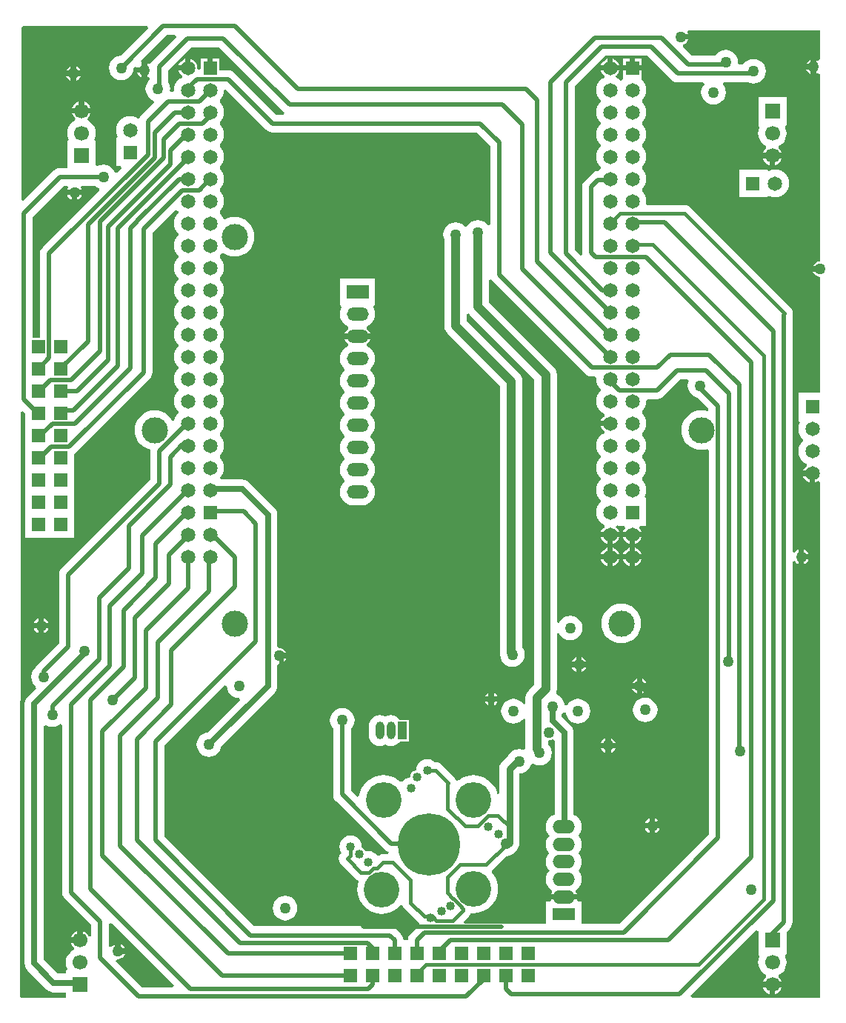
<source format=gbl>
%FSLAX25Y25*%
%MOIN*%
G70*
G01*
G75*
G04 Layer_Physical_Order=4*
G04 Layer_Color=16711680*
%ADD10R,0.03740X0.03937*%
%ADD11P,0.04454X4X90.0*%
G04:AMPARAMS|DCode=12|XSize=37.4mil|YSize=39.37mil|CornerRadius=0mil|HoleSize=0mil|Usage=FLASHONLY|Rotation=315.000|XOffset=0mil|YOffset=0mil|HoleType=Round|Shape=Rectangle|*
%AMROTATEDRECTD12*
4,1,4,-0.02714,-0.00070,0.00070,0.02714,0.02714,0.00070,-0.00070,-0.02714,-0.02714,-0.00070,0.0*
%
%ADD12ROTATEDRECTD12*%

%ADD13R,0.04200X0.02500*%
G04:AMPARAMS|DCode=14|XSize=106.3mil|YSize=62.99mil|CornerRadius=0mil|HoleSize=0mil|Usage=FLASHONLY|Rotation=225.000|XOffset=0mil|YOffset=0mil|HoleType=Round|Shape=Rectangle|*
%AMROTATEDRECTD14*
4,1,4,0.01531,0.05985,0.05985,0.01531,-0.01531,-0.05985,-0.05985,-0.01531,0.01531,0.05985,0.0*
%
%ADD14ROTATEDRECTD14*%

G04:AMPARAMS|DCode=15|XSize=106.3mil|YSize=62.99mil|CornerRadius=0mil|HoleSize=0mil|Usage=FLASHONLY|Rotation=315.000|XOffset=0mil|YOffset=0mil|HoleType=Round|Shape=Rectangle|*
%AMROTATEDRECTD15*
4,1,4,-0.05985,0.01531,-0.01531,0.05985,0.05985,-0.01531,0.01531,-0.05985,-0.05985,0.01531,0.0*
%
%ADD15ROTATEDRECTD15*%

G04:AMPARAMS|DCode=16|XSize=15.75mil|YSize=33.47mil|CornerRadius=0mil|HoleSize=0mil|Usage=FLASHONLY|Rotation=135.000|XOffset=0mil|YOffset=0mil|HoleType=Round|Shape=Rectangle|*
%AMROTATEDRECTD16*
4,1,4,0.01740,0.00626,-0.00626,-0.01740,-0.01740,-0.00626,0.00626,0.01740,0.01740,0.00626,0.0*
%
%ADD16ROTATEDRECTD16*%

G04:AMPARAMS|DCode=17|XSize=15.75mil|YSize=33.47mil|CornerRadius=0mil|HoleSize=0mil|Usage=FLASHONLY|Rotation=225.000|XOffset=0mil|YOffset=0mil|HoleType=Round|Shape=Rectangle|*
%AMROTATEDRECTD17*
4,1,4,-0.00626,0.01740,0.01740,-0.00626,0.00626,-0.01740,-0.01740,0.00626,-0.00626,0.01740,0.0*
%
%ADD17ROTATEDRECTD17*%

%ADD18R,0.04331X0.02559*%
%ADD19R,0.03150X0.03150*%
%ADD20O,0.03937X0.09843*%
%ADD21O,0.09843X0.03937*%
%ADD22R,0.03937X0.09843*%
%ADD23R,0.03150X0.03150*%
%ADD24R,0.03937X0.03740*%
%ADD25R,0.03602X0.04803*%
%ADD26R,0.15000X0.11000*%
%ADD27R,0.01024X0.00630*%
%ADD28R,0.01024X0.02008*%
%ADD29C,0.01500*%
%ADD30C,0.02000*%
%ADD31C,0.07500*%
%ADD32C,0.04000*%
%ADD33C,0.03000*%
%ADD34C,0.02500*%
%ADD35C,0.05000*%
%ADD36C,0.01000*%
%ADD37C,0.10000*%
%ADD38C,0.11800*%
%ADD39R,0.06496X0.06496*%
%ADD40C,0.06496*%
%ADD41O,0.10000X0.06000*%
%ADD42R,0.10000X0.05500*%
%ADD43R,0.06693X0.06693*%
%ADD44C,0.06693*%
%ADD45R,0.06496X0.06496*%
%ADD46C,0.28000*%
%ADD47R,0.04000X0.07874*%
%ADD48O,0.04000X0.07874*%
%ADD49O,0.03937X0.07874*%
%ADD50O,0.09843X0.06000*%
%ADD51R,0.09843X0.06000*%
%ADD52C,0.16000*%
%ADD53R,0.06000X0.06000*%
%ADD54R,0.06000X0.06000*%
%ADD55C,0.04000*%
%ADD56C,0.05000*%
%ADD57C,0.04500*%
G36*
X75224Y-89029D02*
X75561Y-89439D01*
X75634Y-89500D01*
Y-90500D01*
X75561Y-90561D01*
X74780Y-91512D01*
X74200Y-92597D01*
X73842Y-93775D01*
X73722Y-95000D01*
X73842Y-96225D01*
X74200Y-97403D01*
X74780Y-98488D01*
X75561Y-99439D01*
X75634Y-99500D01*
Y-100500D01*
X75561Y-100561D01*
X74780Y-101512D01*
X74200Y-102597D01*
X73842Y-103775D01*
X73722Y-105000D01*
X73842Y-106225D01*
X74200Y-107403D01*
X74780Y-108488D01*
X75561Y-109439D01*
X75634Y-109500D01*
Y-110500D01*
X75561Y-110561D01*
X74780Y-111512D01*
X74200Y-112597D01*
X73842Y-113775D01*
X73722Y-115000D01*
X73842Y-116225D01*
X74200Y-117403D01*
X74780Y-118488D01*
X75561Y-119439D01*
X75634Y-119500D01*
Y-120500D01*
X75561Y-120561D01*
X74780Y-121512D01*
X74200Y-122597D01*
X73842Y-123775D01*
X73722Y-125000D01*
X73842Y-126225D01*
X74200Y-127403D01*
X74780Y-128488D01*
X75561Y-129439D01*
X75634Y-129500D01*
Y-130500D01*
X75561Y-130561D01*
X74780Y-131512D01*
X74200Y-132597D01*
X73842Y-133775D01*
X73722Y-135000D01*
X73842Y-136225D01*
X74200Y-137403D01*
X74780Y-138488D01*
X75561Y-139439D01*
X75634Y-139500D01*
Y-140500D01*
X75561Y-140561D01*
X74780Y-141512D01*
X74200Y-142597D01*
X73842Y-143775D01*
X73722Y-145000D01*
X73842Y-146225D01*
X74200Y-147403D01*
X74780Y-148488D01*
X75561Y-149439D01*
X75634Y-149500D01*
Y-150500D01*
X75561Y-150561D01*
X74780Y-151512D01*
X74200Y-152597D01*
X73842Y-153775D01*
X73722Y-155000D01*
X73842Y-156225D01*
X74200Y-157403D01*
X74780Y-158488D01*
X75561Y-159439D01*
X75634Y-159500D01*
Y-160500D01*
X75561Y-160561D01*
X74780Y-161512D01*
X74200Y-162597D01*
X73842Y-163775D01*
X73722Y-165000D01*
X73842Y-166225D01*
X74200Y-167403D01*
X74780Y-168488D01*
X75561Y-169439D01*
X75634Y-169500D01*
Y-170500D01*
X75561Y-170561D01*
X74780Y-171512D01*
X74200Y-172597D01*
X73842Y-173775D01*
X73722Y-175000D01*
X73842Y-176225D01*
X74200Y-177403D01*
X74780Y-178488D01*
X75561Y-179439D01*
X75634Y-179500D01*
Y-180500D01*
X75561Y-180561D01*
X74780Y-181512D01*
X74200Y-182597D01*
X73856Y-183729D01*
X73616Y-183753D01*
X72777Y-183670D01*
X72436Y-183031D01*
X71324Y-181676D01*
X69968Y-180564D01*
X68422Y-179738D01*
X66745Y-179229D01*
X65000Y-179057D01*
X63255Y-179229D01*
X61578Y-179738D01*
X60031Y-180564D01*
X58676Y-181676D01*
X57564Y-183031D01*
X56738Y-184578D01*
X56229Y-186255D01*
X56057Y-188000D01*
X56229Y-189745D01*
X56738Y-191422D01*
X57564Y-192968D01*
X58676Y-194324D01*
X60031Y-195436D01*
X61578Y-196262D01*
X63069Y-196715D01*
X62966Y-197500D01*
X62966Y-197500D01*
Y-210329D01*
X23147Y-250147D01*
X22506Y-250983D01*
X22103Y-251956D01*
X21966Y-253000D01*
X21966Y-253000D01*
Y-283829D01*
X12147Y-293647D01*
X11506Y-294483D01*
X11345Y-294872D01*
X11077Y-295077D01*
X10196Y-296226D01*
X9642Y-297564D01*
X9453Y-299000D01*
X9642Y-300436D01*
X10196Y-301774D01*
X11077Y-302923D01*
X11572Y-303302D01*
X11638Y-304300D01*
X7818Y-308120D01*
X7137Y-309007D01*
X6709Y-310041D01*
X6563Y-311151D01*
Y-427951D01*
X6563Y-427951D01*
X6563D01*
X6709Y-429060D01*
X7137Y-430094D01*
X7818Y-430982D01*
X16589Y-439752D01*
X17477Y-440434D01*
X17905Y-440611D01*
X18510Y-440862D01*
X19620Y-441008D01*
X25154D01*
Y-443500D01*
X13500D01*
X7179Y-443421D01*
X5224Y-443401D01*
X4529Y-442681D01*
X4539Y-442282D01*
X4877Y-179889D01*
X5802Y-179507D01*
X6889Y-180595D01*
Y-186428D01*
Y-196428D01*
Y-206428D01*
Y-216428D01*
Y-226428D01*
Y-236428D01*
X28889D01*
Y-226428D01*
Y-216428D01*
Y-206428D01*
Y-198709D01*
X29353Y-198353D01*
X29353Y-198353D01*
X29353Y-198353D01*
X62853Y-164853D01*
X62853Y-164853D01*
X63216Y-164380D01*
X63494Y-164017D01*
X63897Y-163044D01*
X64034Y-162000D01*
X64034Y-162000D01*
X64034Y-162000D01*
Y-162000D01*
Y-99171D01*
X74225Y-88980D01*
X75224Y-89029D01*
D02*
G37*
G36*
X217147Y-120853D02*
X258995Y-162701D01*
X259831Y-163342D01*
X260804Y-163745D01*
X261848Y-163883D01*
X263087D01*
X263759Y-164623D01*
X263722Y-165000D01*
X263842Y-166225D01*
X264200Y-167403D01*
X264780Y-168488D01*
X265561Y-169439D01*
X265634Y-169500D01*
Y-170500D01*
X265561Y-170561D01*
X264780Y-171512D01*
X264200Y-172597D01*
X263842Y-173775D01*
X263722Y-175000D01*
X263842Y-176225D01*
X264200Y-177403D01*
X264780Y-178488D01*
X265561Y-179439D01*
X266512Y-180220D01*
X267313Y-180648D01*
X267383Y-181507D01*
X267325Y-181698D01*
X266970Y-181970D01*
X266289Y-182858D01*
X265920Y-183750D01*
X270000D01*
Y-186250D01*
X265920D01*
X266289Y-187142D01*
X266970Y-188030D01*
X267325Y-188302D01*
X267383Y-188493D01*
X267313Y-189352D01*
X266512Y-189780D01*
X265561Y-190561D01*
X264780Y-191512D01*
X264200Y-192597D01*
X263842Y-193775D01*
X263722Y-195000D01*
X263842Y-196225D01*
X264200Y-197403D01*
X264780Y-198488D01*
X265561Y-199439D01*
X265634Y-199500D01*
Y-200500D01*
X265561Y-200561D01*
X264780Y-201512D01*
X264200Y-202597D01*
X263842Y-203775D01*
X263722Y-205000D01*
X263842Y-206225D01*
X264200Y-207403D01*
X264780Y-208488D01*
X265561Y-209439D01*
X265634Y-209500D01*
Y-210500D01*
X265561Y-210561D01*
X264780Y-211512D01*
X264200Y-212597D01*
X263842Y-213775D01*
X263722Y-215000D01*
X263842Y-216225D01*
X264200Y-217403D01*
X264780Y-218488D01*
X265561Y-219439D01*
X265634Y-219500D01*
Y-220500D01*
X265561Y-220561D01*
X264780Y-221512D01*
X264200Y-222597D01*
X263842Y-223775D01*
X263722Y-225000D01*
X263842Y-226225D01*
X264200Y-227403D01*
X264780Y-228488D01*
X265561Y-229439D01*
X266512Y-230220D01*
X267313Y-230648D01*
X267383Y-231507D01*
X267325Y-231698D01*
X266970Y-231970D01*
X266289Y-232858D01*
X265920Y-233750D01*
X274080D01*
X273711Y-232858D01*
X273030Y-231970D01*
X272675Y-231698D01*
X272617Y-231507D01*
X272628Y-231368D01*
X273518Y-230911D01*
X273752Y-231052D01*
Y-231248D01*
X276394D01*
X276836Y-232145D01*
X276289Y-232858D01*
X275920Y-233750D01*
X284080D01*
X283711Y-232858D01*
X283164Y-232145D01*
X283606Y-231248D01*
X286248D01*
Y-218752D01*
X286052D01*
X285538Y-217894D01*
X285800Y-217403D01*
X286158Y-216225D01*
X286278Y-215000D01*
X286158Y-213775D01*
X285800Y-212597D01*
X285220Y-211512D01*
X284439Y-210561D01*
X284366Y-210500D01*
Y-209500D01*
X284439Y-209439D01*
X285220Y-208488D01*
X285800Y-207403D01*
X286158Y-206225D01*
X286278Y-205000D01*
X286158Y-203775D01*
X285800Y-202597D01*
X285220Y-201512D01*
X284439Y-200561D01*
X284366Y-200500D01*
Y-199500D01*
X284439Y-199439D01*
X285220Y-198488D01*
X285800Y-197403D01*
X286158Y-196225D01*
X286278Y-195000D01*
X286158Y-193775D01*
X285800Y-192597D01*
X285220Y-191512D01*
X284439Y-190561D01*
X284366Y-190500D01*
Y-189500D01*
X284439Y-189439D01*
X285220Y-188488D01*
X285800Y-187403D01*
X286158Y-186225D01*
X286278Y-185000D01*
X286158Y-183775D01*
X285800Y-182597D01*
X285220Y-181512D01*
X284439Y-180561D01*
X284366Y-180500D01*
Y-179500D01*
X284439Y-179439D01*
X285220Y-178488D01*
X285800Y-177403D01*
X286158Y-176225D01*
X286278Y-175000D01*
X286256Y-174776D01*
X286928Y-174035D01*
X291000D01*
X291000Y-174035D01*
X292044Y-173897D01*
X293017Y-173494D01*
X293853Y-172853D01*
X301671Y-165034D01*
X304875D01*
X305431Y-165866D01*
X305142Y-166564D01*
X304953Y-168000D01*
X305142Y-169436D01*
X305696Y-170774D01*
X306577Y-171923D01*
X307726Y-172804D01*
X309064Y-173358D01*
X309166Y-173372D01*
X314062Y-178268D01*
X313989Y-179265D01*
X313662Y-179507D01*
X312745Y-179229D01*
X311000Y-179057D01*
X309255Y-179229D01*
X307578Y-179738D01*
X306031Y-180564D01*
X304676Y-181676D01*
X303564Y-183031D01*
X302738Y-184578D01*
X302229Y-186255D01*
X302057Y-188000D01*
X302229Y-189745D01*
X302738Y-191422D01*
X303564Y-192968D01*
X304676Y-194324D01*
X306031Y-195436D01*
X307578Y-196262D01*
X309255Y-196771D01*
X311000Y-196943D01*
X312745Y-196771D01*
X313662Y-196493D01*
X314465Y-197089D01*
Y-369829D01*
X274329Y-409966D01*
X257186D01*
Y-400151D01*
X255536D01*
X254980Y-399320D01*
X254998Y-399277D01*
X243374D01*
X243392Y-399320D01*
X242836Y-400151D01*
X241186D01*
Y-409966D01*
X204416D01*
X204033Y-409042D01*
X206403Y-406672D01*
X207004Y-405888D01*
X207016Y-405859D01*
X207246Y-405304D01*
X208475Y-405401D01*
X210201Y-405265D01*
X211885Y-404861D01*
X213485Y-404199D01*
X214961Y-403294D01*
X216277Y-402169D01*
X217402Y-400853D01*
X218307Y-399377D01*
X218969Y-397777D01*
X219373Y-396093D01*
X219509Y-394367D01*
X219373Y-392641D01*
X218969Y-390957D01*
X218307Y-389358D01*
X217402Y-387881D01*
X216770Y-387142D01*
X216872Y-386175D01*
X216872Y-386175D01*
X216872Y-386175D01*
D01*
D01*
X223388Y-379659D01*
X224715Y-379484D01*
X226053Y-378930D01*
X227202Y-378048D01*
X228084Y-376899D01*
X228236Y-376532D01*
X228611Y-376043D01*
X229064Y-374948D01*
X229219Y-373774D01*
Y-342519D01*
X230436Y-342358D01*
X231774Y-341804D01*
X232923Y-340923D01*
X233804Y-339774D01*
X234358Y-338436D01*
X234370Y-338344D01*
X235294Y-337961D01*
X235457Y-338086D01*
X236795Y-338640D01*
X238230Y-338829D01*
X239666Y-338640D01*
X241004Y-338086D01*
X242153Y-337204D01*
X243035Y-336055D01*
X243589Y-334717D01*
X243778Y-333281D01*
X243589Y-331846D01*
X243035Y-330508D01*
X242153Y-329359D01*
X242025Y-329260D01*
Y-327947D01*
X242500Y-327530D01*
X243414Y-327410D01*
X244203Y-327083D01*
X244372Y-327196D01*
X245034Y-328059D01*
Y-360914D01*
X244879Y-360961D01*
X243837Y-361518D01*
X242923Y-362268D01*
X242173Y-363181D01*
X241616Y-364224D01*
X241273Y-365355D01*
X241157Y-366531D01*
X241273Y-367707D01*
X241616Y-368838D01*
X242173Y-369881D01*
X242655Y-370468D01*
X242173Y-371055D01*
X241616Y-372098D01*
X241273Y-373229D01*
X241157Y-374405D01*
X241273Y-375581D01*
X241616Y-376712D01*
X242173Y-377754D01*
X242655Y-378342D01*
X242173Y-378929D01*
X241616Y-379972D01*
X241273Y-381103D01*
X241157Y-382279D01*
X241273Y-383455D01*
X241616Y-384586D01*
X242173Y-385629D01*
X242655Y-386216D01*
X242173Y-386803D01*
X241616Y-387846D01*
X241273Y-388977D01*
X241157Y-390153D01*
X241273Y-391329D01*
X241616Y-392460D01*
X242173Y-393502D01*
X242923Y-394416D01*
X243837Y-395166D01*
X243947Y-395677D01*
X243692Y-396010D01*
X243374Y-396777D01*
X254998D01*
X254680Y-396010D01*
X254425Y-395677D01*
X254536Y-395166D01*
X255449Y-394416D01*
X256199Y-393502D01*
X256756Y-392460D01*
X257099Y-391329D01*
X257215Y-390153D01*
X257099Y-388977D01*
X256756Y-387846D01*
X256199Y-386803D01*
X255717Y-386216D01*
X256199Y-385629D01*
X256756Y-384586D01*
X257099Y-383455D01*
X257215Y-382279D01*
X257099Y-381103D01*
X256756Y-379972D01*
X256199Y-378929D01*
X255717Y-378342D01*
X256199Y-377754D01*
X256756Y-376712D01*
X257099Y-375581D01*
X257215Y-374405D01*
X257099Y-373229D01*
X256756Y-372098D01*
X256199Y-371055D01*
X255717Y-370468D01*
X256199Y-369881D01*
X256756Y-368838D01*
X257099Y-367707D01*
X257215Y-366531D01*
X257099Y-365355D01*
X256756Y-364224D01*
X256199Y-363181D01*
X255449Y-362268D01*
X254536Y-361518D01*
X253607Y-361022D01*
Y-324256D01*
X253461Y-323147D01*
X253033Y-322113D01*
X252352Y-321225D01*
X248291Y-317164D01*
Y-316037D01*
X248951Y-315177D01*
X249039Y-314963D01*
X250031Y-315094D01*
X250142Y-315936D01*
X250696Y-317274D01*
X251577Y-318423D01*
X252726Y-319304D01*
X254064Y-319858D01*
X255500Y-320047D01*
X256936Y-319858D01*
X258274Y-319304D01*
X259423Y-318423D01*
X260304Y-317274D01*
X260858Y-315936D01*
X261048Y-314500D01*
X260858Y-313064D01*
X260304Y-311726D01*
X259423Y-310577D01*
X258274Y-309696D01*
X256936Y-309142D01*
X255500Y-308952D01*
X254064Y-309142D01*
X252726Y-309696D01*
X251577Y-310577D01*
X250696Y-311726D01*
X250607Y-311941D01*
X249616Y-311810D01*
X249505Y-310968D01*
X248951Y-309630D01*
X248069Y-308481D01*
X246920Y-307599D01*
X246073Y-307249D01*
X245691Y-306325D01*
X245871Y-305889D01*
X246043Y-304584D01*
Y-279554D01*
X247024Y-279359D01*
X247196Y-279774D01*
X248077Y-280923D01*
X249226Y-281804D01*
X250564Y-282358D01*
X252000Y-282547D01*
X253436Y-282358D01*
X254774Y-281804D01*
X255923Y-280923D01*
X256804Y-279774D01*
X257358Y-278436D01*
X257547Y-277000D01*
X257358Y-275564D01*
X256804Y-274226D01*
X255923Y-273077D01*
X254774Y-272196D01*
X253436Y-271642D01*
X252000Y-271452D01*
X250564Y-271642D01*
X249226Y-272196D01*
X248077Y-273077D01*
X247196Y-274226D01*
X247024Y-274641D01*
X246043Y-274446D01*
Y-163000D01*
X246043Y-163000D01*
X246043Y-163000D01*
Y-163000D01*
X246043D01*
X246043Y-163000D01*
X245871Y-161695D01*
X245724Y-161338D01*
X245368Y-160478D01*
X244566Y-159434D01*
X215543Y-130411D01*
Y-120416D01*
X216506Y-120017D01*
X217147Y-120853D01*
D02*
G37*
G36*
X23465Y-320637D02*
Y-396000D01*
X23465Y-396000D01*
X23603Y-397044D01*
X24006Y-398017D01*
X24647Y-398853D01*
X36520Y-410725D01*
Y-415698D01*
X35539Y-415893D01*
X35297Y-415308D01*
X34600Y-414400D01*
X33692Y-413703D01*
X32750Y-413313D01*
Y-417500D01*
X31500D01*
Y-418750D01*
X27313D01*
X27703Y-419692D01*
X28400Y-420600D01*
X28713Y-420840D01*
X28632Y-421837D01*
X27957Y-422198D01*
X26991Y-422991D01*
X26198Y-423957D01*
X25608Y-425060D01*
X25245Y-426256D01*
X25123Y-427500D01*
X25245Y-428744D01*
X25608Y-429940D01*
X25798Y-430296D01*
X25284Y-431153D01*
X25154D01*
Y-432435D01*
X21396D01*
X15136Y-426175D01*
Y-321098D01*
X16033Y-320656D01*
X16226Y-320804D01*
X17564Y-321358D01*
X19000Y-321548D01*
X20436Y-321358D01*
X21774Y-320804D01*
X22569Y-320194D01*
X23465Y-320637D01*
D02*
G37*
G36*
X364000Y-8000D02*
X364000Y-8000D01*
X364500Y-8207D01*
Y-21260D01*
X363603Y-21702D01*
X363265Y-21443D01*
X362750Y-21229D01*
Y-24500D01*
Y-27771D01*
X363265Y-27557D01*
X363603Y-27298D01*
X364500Y-27740D01*
Y-111970D01*
X363586Y-112090D01*
X362735Y-112443D01*
X362004Y-113004D01*
X361443Y-113735D01*
X361229Y-114250D01*
X364500D01*
Y-116750D01*
X361229D01*
X361443Y-117265D01*
X362004Y-117996D01*
X362735Y-118557D01*
X363586Y-118910D01*
X364500Y-119030D01*
Y-171252D01*
X354752D01*
Y-183748D01*
X354948D01*
X355462Y-184606D01*
X355200Y-185097D01*
X354842Y-186275D01*
X354722Y-187500D01*
X354842Y-188725D01*
X355200Y-189903D01*
X355780Y-190988D01*
X356561Y-191939D01*
X356634Y-192000D01*
Y-193000D01*
X356561Y-193061D01*
X355780Y-194012D01*
X355200Y-195097D01*
X354842Y-196275D01*
X354722Y-197500D01*
X354842Y-198725D01*
X355200Y-199903D01*
X355780Y-200988D01*
X356561Y-201939D01*
X357512Y-202720D01*
X358313Y-203148D01*
X358383Y-204007D01*
X358325Y-204198D01*
X357970Y-204470D01*
X357289Y-205358D01*
X356920Y-206250D01*
X361000D01*
Y-207500D01*
X362250D01*
Y-211580D01*
X363142Y-211211D01*
X363603Y-210857D01*
X364500Y-211299D01*
Y-443500D01*
X306653D01*
X306270Y-442576D01*
X335730Y-413117D01*
X336653Y-413499D01*
Y-423846D01*
X336784D01*
X337298Y-424704D01*
X337108Y-425060D01*
X336745Y-426256D01*
X336623Y-427500D01*
X336745Y-428744D01*
X337108Y-429940D01*
X337698Y-431043D01*
X338491Y-432009D01*
X339457Y-432802D01*
X340132Y-433163D01*
X340213Y-434160D01*
X339900Y-434400D01*
X339203Y-435308D01*
X338813Y-436250D01*
X347187D01*
X346797Y-435308D01*
X346100Y-434400D01*
X345787Y-434160D01*
X345868Y-433163D01*
X346543Y-432802D01*
X347509Y-432009D01*
X348302Y-431043D01*
X348892Y-429940D01*
X349255Y-428744D01*
X349377Y-427500D01*
X349255Y-426256D01*
X348892Y-425060D01*
X348702Y-424704D01*
X349216Y-423846D01*
X349346D01*
Y-413864D01*
X350862Y-412349D01*
X350862Y-412349D01*
X351503Y-411514D01*
X351906Y-410540D01*
X352043Y-409496D01*
X352043Y-409496D01*
Y-247148D01*
X352990Y-246827D01*
X353504Y-247496D01*
X354235Y-248057D01*
X354750Y-248271D01*
Y-245000D01*
Y-241729D01*
X354235Y-241943D01*
X353504Y-242504D01*
X352990Y-243173D01*
X352043Y-242852D01*
Y-136745D01*
X352153Y-136479D01*
X352282Y-135500D01*
X352153Y-134521D01*
X351776Y-133609D01*
X351174Y-132826D01*
X306174Y-87826D01*
X305391Y-87224D01*
X304479Y-86847D01*
X303500Y-86718D01*
X286854D01*
X286182Y-85977D01*
X286278Y-85000D01*
X286158Y-83775D01*
X285800Y-82597D01*
X285220Y-81512D01*
X284439Y-80561D01*
X284366Y-80500D01*
Y-79500D01*
X284439Y-79439D01*
X285220Y-78488D01*
X285800Y-77403D01*
X286158Y-76225D01*
X286278Y-75000D01*
X286158Y-73775D01*
X285800Y-72597D01*
X285220Y-71512D01*
X284439Y-70561D01*
X284366Y-70500D01*
Y-69500D01*
X284439Y-69439D01*
X285220Y-68488D01*
X285800Y-67403D01*
X286158Y-66225D01*
X286278Y-65000D01*
X286158Y-63775D01*
X285800Y-62597D01*
X285220Y-61512D01*
X284439Y-60561D01*
X284366Y-60500D01*
Y-59500D01*
X284439Y-59439D01*
X285220Y-58488D01*
X285800Y-57403D01*
X286158Y-56225D01*
X286278Y-55000D01*
X286158Y-53775D01*
X285800Y-52597D01*
X285220Y-51512D01*
X284439Y-50561D01*
X284366Y-50500D01*
Y-49500D01*
X284439Y-49439D01*
X285220Y-48488D01*
X285800Y-47403D01*
X286158Y-46225D01*
X286278Y-45000D01*
X286158Y-43775D01*
X285800Y-42597D01*
X285220Y-41512D01*
X284439Y-40561D01*
X284366Y-40500D01*
Y-39500D01*
X284439Y-39439D01*
X285220Y-38488D01*
X285800Y-37403D01*
X286158Y-36225D01*
X286278Y-35000D01*
X286158Y-33775D01*
X285800Y-32597D01*
X285220Y-31512D01*
X284439Y-30561D01*
X284248Y-30404D01*
X284248Y-29248D01*
X284248D01*
Y-26250D01*
X275752D01*
Y-29248D01*
X275752D01*
Y-29927D01*
X275045Y-30634D01*
X274500D01*
X274439Y-30561D01*
X273488Y-29780D01*
X272687Y-29352D01*
X272617Y-28493D01*
X272675Y-28302D01*
X273030Y-28030D01*
X273711Y-27142D01*
X274080Y-26250D01*
X265920D01*
X266289Y-27142D01*
X266970Y-28030D01*
X267325Y-28302D01*
X267383Y-28493D01*
X267313Y-29352D01*
X266512Y-29780D01*
X265561Y-30561D01*
X264780Y-31512D01*
X264200Y-32597D01*
X263842Y-33775D01*
X263722Y-35000D01*
X263842Y-36225D01*
X264200Y-37403D01*
X264780Y-38488D01*
X265561Y-39439D01*
X265634Y-39500D01*
Y-40500D01*
X265561Y-40561D01*
X264780Y-41512D01*
X264200Y-42597D01*
X263842Y-43775D01*
X263722Y-45000D01*
X263842Y-46225D01*
X264200Y-47403D01*
X264780Y-48488D01*
X265561Y-49439D01*
X265634Y-49500D01*
Y-50500D01*
X265561Y-50561D01*
X264780Y-51512D01*
X264200Y-52597D01*
X263842Y-53775D01*
X263722Y-55000D01*
X263842Y-56225D01*
X264200Y-57403D01*
X264780Y-58488D01*
X265561Y-59439D01*
X265634Y-59500D01*
Y-60500D01*
X265561Y-60561D01*
X264780Y-61512D01*
X264200Y-62597D01*
X263842Y-63775D01*
X263722Y-65000D01*
X263842Y-66225D01*
X264200Y-67403D01*
X264780Y-68488D01*
X265561Y-69439D01*
X265634Y-69500D01*
Y-70500D01*
X265561Y-70561D01*
X264818Y-71465D01*
X264500D01*
X263456Y-71603D01*
X262483Y-72006D01*
X261647Y-72647D01*
X258647Y-75647D01*
X258006Y-76483D01*
X257603Y-77456D01*
X257466Y-78500D01*
X257466Y-78500D01*
Y-108000D01*
X257466Y-108000D01*
X257603Y-109044D01*
X256646Y-109441D01*
X254034Y-106829D01*
Y-33171D01*
X267671Y-19534D01*
X286829D01*
X297647Y-30353D01*
X297647Y-30353D01*
X298483Y-30994D01*
X298483Y-30994D01*
X298483Y-30994D01*
D01*
X298483Y-30994D01*
X298483Y-30994D01*
X299456Y-31397D01*
X300500Y-31534D01*
X311863D01*
X312306Y-32431D01*
X311696Y-33226D01*
X311142Y-34564D01*
X310952Y-36000D01*
X311142Y-37436D01*
X311696Y-38774D01*
X312577Y-39923D01*
X313726Y-40804D01*
X315064Y-41358D01*
X316500Y-41548D01*
X317936Y-41358D01*
X319274Y-40804D01*
X320423Y-39923D01*
X321304Y-38774D01*
X321858Y-37436D01*
X322047Y-36000D01*
X321858Y-34564D01*
X321304Y-33226D01*
X320694Y-32431D01*
X321137Y-31534D01*
X332282D01*
X333064Y-31858D01*
X334500Y-32048D01*
X335936Y-31858D01*
X337274Y-31304D01*
X338423Y-30423D01*
X339304Y-29274D01*
X339858Y-27936D01*
X340048Y-26500D01*
X339858Y-25064D01*
X339304Y-23726D01*
X338423Y-22577D01*
X337274Y-21696D01*
X335936Y-21142D01*
X334500Y-20953D01*
X333064Y-21142D01*
X331726Y-21696D01*
X330577Y-22577D01*
X329896Y-23465D01*
X328179D01*
X327519Y-22714D01*
X327548Y-22500D01*
X327358Y-21064D01*
X326804Y-19726D01*
X325923Y-18577D01*
X324774Y-17696D01*
X323436Y-17142D01*
X322000Y-16952D01*
X320564Y-17142D01*
X319226Y-17696D01*
X318077Y-18577D01*
X317396Y-19466D01*
X306671D01*
X302963Y-15757D01*
X302787Y-14419D01*
X302789Y-14408D01*
X303637Y-14056D01*
X304368Y-13495D01*
X304929Y-12764D01*
X305142Y-12249D01*
X301872D01*
Y-9749D01*
X305142D01*
X304929Y-9234D01*
X304670Y-8897D01*
X305113Y-8000D01*
X364000D01*
X364000Y-8000D01*
D02*
G37*
G36*
X122793Y-44353D02*
X122793Y-44353D01*
X123628Y-44994D01*
X123226Y-45965D01*
X119763D01*
X100945Y-27147D01*
X100109Y-26506D01*
X99136Y-26103D01*
X98092Y-25965D01*
X98092Y-25965D01*
X94248D01*
Y-20752D01*
X91250D01*
Y-25000D01*
X88750D01*
Y-20752D01*
X85752D01*
Y-25499D01*
X84816Y-25852D01*
X84257Y-25214D01*
X84285Y-25000D01*
X84139Y-23891D01*
X83711Y-22858D01*
X83030Y-21970D01*
X82142Y-21289D01*
X81250Y-20920D01*
Y-25000D01*
X80000D01*
Y-26250D01*
X75920D01*
X76289Y-27142D01*
X76970Y-28030D01*
X77325Y-28302D01*
X77383Y-28493D01*
X77313Y-29352D01*
X76512Y-29780D01*
X75561Y-30561D01*
X74780Y-31512D01*
X74200Y-32597D01*
X73842Y-33775D01*
X73722Y-35000D01*
X73744Y-35225D01*
X73343Y-35666D01*
X72343Y-35658D01*
X72351Y-35667D01*
X71953Y-35214D01*
X72048Y-34500D01*
X71858Y-33064D01*
X71304Y-31726D01*
X71034Y-31375D01*
Y-26171D01*
X81498Y-15708D01*
X94148D01*
X122793Y-44353D01*
D02*
G37*
G36*
X61755Y-6234D02*
X62136Y-7158D01*
X49818Y-19477D01*
X48564Y-19642D01*
X47226Y-20196D01*
X46077Y-21077D01*
X45196Y-22226D01*
X44642Y-23564D01*
X44453Y-25000D01*
X44642Y-26436D01*
X45196Y-27774D01*
X46077Y-28923D01*
X47226Y-29804D01*
X48564Y-30358D01*
X50000Y-30547D01*
X51436Y-30358D01*
X52774Y-29804D01*
X53923Y-28923D01*
X54804Y-27774D01*
X55358Y-26436D01*
X55524Y-25182D01*
X56318Y-24388D01*
X56860Y-24750D01*
X59250D01*
Y-22360D01*
X58888Y-21818D01*
X70475Y-10231D01*
X74257D01*
X74640Y-11154D01*
X64147Y-21647D01*
X63506Y-22483D01*
X63376Y-22795D01*
X62410Y-23054D01*
X62265Y-22943D01*
X61750Y-22729D01*
Y-26000D01*
Y-29271D01*
X62134Y-29111D01*
X62678Y-29475D01*
X62711Y-30475D01*
X62577Y-30577D01*
X61696Y-31726D01*
X61142Y-33064D01*
X60953Y-34500D01*
X61142Y-35936D01*
X61696Y-37274D01*
X62577Y-38423D01*
X63726Y-39304D01*
X64496Y-39623D01*
X64691Y-40604D01*
X59147Y-46147D01*
X58506Y-46983D01*
X58336Y-47393D01*
X57394Y-47730D01*
X56403Y-47200D01*
X55225Y-46842D01*
X54000Y-46722D01*
X52775Y-46842D01*
X51597Y-47200D01*
X50512Y-47780D01*
X49561Y-48561D01*
X48780Y-49512D01*
X48200Y-50597D01*
X47842Y-51775D01*
X47722Y-53000D01*
X47842Y-54225D01*
X48200Y-55403D01*
X48462Y-55894D01*
X47948Y-56752D01*
X47752D01*
Y-69248D01*
X49740D01*
X50122Y-70172D01*
X48104Y-72191D01*
X47123Y-71996D01*
X46804Y-71226D01*
X45923Y-70077D01*
X44774Y-69196D01*
X43436Y-68642D01*
X42000Y-68453D01*
X40564Y-68642D01*
X39282Y-69173D01*
X38450Y-68617D01*
Y-57972D01*
X38320D01*
X37806Y-57114D01*
X37996Y-56759D01*
X38359Y-55563D01*
X38481Y-54318D01*
X38359Y-53074D01*
X37996Y-51878D01*
X37406Y-50776D01*
X36613Y-49809D01*
X35647Y-49016D01*
X34972Y-48656D01*
X34891Y-47659D01*
X35204Y-47418D01*
X35901Y-46510D01*
X36291Y-45568D01*
X27917D01*
X28307Y-46510D01*
X29004Y-47418D01*
X29317Y-47659D01*
X29236Y-48656D01*
X28561Y-49016D01*
X27595Y-49809D01*
X26802Y-50776D01*
X26212Y-51878D01*
X25849Y-53074D01*
X25727Y-54318D01*
X25849Y-55563D01*
X26212Y-56759D01*
X26402Y-57114D01*
X25888Y-57972D01*
X25758D01*
Y-69965D01*
X22557D01*
X22557Y-69965D01*
X21512Y-70103D01*
X20539Y-70506D01*
X19704Y-71147D01*
X19704Y-71147D01*
X5924Y-84927D01*
X5000Y-84544D01*
X5101Y-6763D01*
X5809Y-6058D01*
X61755Y-6234D01*
D02*
G37*
G36*
X115239Y-52853D02*
X115239D01*
X115239Y-52853D01*
X115239D01*
X115239Y-52853D01*
Y-52853D01*
X115239Y-52853D01*
Y-52853D01*
X116075Y-53494D01*
X117048Y-53897D01*
X118092Y-54035D01*
X209829D01*
X215966Y-60171D01*
Y-95533D01*
X215019Y-95854D01*
X214423Y-95077D01*
X213274Y-94196D01*
X211936Y-93642D01*
X210500Y-93453D01*
X209064Y-93642D01*
X207726Y-94196D01*
X206577Y-95077D01*
X205696Y-96226D01*
X205672Y-96283D01*
X204681Y-96414D01*
X204423Y-96077D01*
X203274Y-95196D01*
X201936Y-94642D01*
X200500Y-94453D01*
X199064Y-94642D01*
X197726Y-95196D01*
X196577Y-96077D01*
X195696Y-97226D01*
X195142Y-98564D01*
X194952Y-100000D01*
X195142Y-101436D01*
X195457Y-102197D01*
Y-141000D01*
X195457Y-141000D01*
X195457D01*
X195629Y-142305D01*
X196133Y-143522D01*
X196934Y-144566D01*
X220457Y-168089D01*
Y-288000D01*
X220520Y-288484D01*
X220452Y-289000D01*
X220642Y-290436D01*
X221196Y-291774D01*
X222077Y-292923D01*
X223226Y-293804D01*
X224564Y-294358D01*
X226000Y-294548D01*
X227436Y-294358D01*
X228774Y-293804D01*
X229923Y-292923D01*
X230804Y-291774D01*
X231358Y-290436D01*
X231547Y-289000D01*
X231358Y-287564D01*
X230804Y-286226D01*
X230543Y-285886D01*
Y-166000D01*
X230371Y-164695D01*
X229868Y-163478D01*
X229066Y-162434D01*
X205543Y-138911D01*
Y-135809D01*
X206490Y-135488D01*
X206934Y-136066D01*
X235957Y-165089D01*
Y-302495D01*
X233416Y-305036D01*
X232614Y-306080D01*
X232110Y-307297D01*
X231939Y-308602D01*
Y-310997D01*
X230992Y-311319D01*
X230423Y-310577D01*
X229274Y-309696D01*
X227936Y-309142D01*
X226500Y-308952D01*
X225064Y-309142D01*
X223726Y-309696D01*
X222577Y-310577D01*
X221696Y-311726D01*
X221142Y-313064D01*
X220953Y-314500D01*
X221142Y-315936D01*
X221696Y-317274D01*
X222577Y-318423D01*
X223726Y-319304D01*
X225064Y-319858D01*
X226500Y-320047D01*
X227936Y-319858D01*
X229274Y-319304D01*
X230423Y-318423D01*
X230992Y-317681D01*
X231939Y-318003D01*
Y-331364D01*
X231107Y-331920D01*
X230436Y-331642D01*
X229000Y-331452D01*
X227564Y-331642D01*
X226226Y-332196D01*
X225077Y-333077D01*
X224196Y-334226D01*
X224083Y-334498D01*
X221471Y-337110D01*
X220749Y-338051D01*
X220296Y-339145D01*
X220141Y-340320D01*
Y-351506D01*
X219148Y-351624D01*
X218969Y-350878D01*
X218307Y-349278D01*
X217402Y-347802D01*
X216277Y-346485D01*
X214961Y-345361D01*
X213485Y-344456D01*
X211885Y-343793D01*
X210201Y-343389D01*
X208475Y-343253D01*
X206749Y-343389D01*
X205065Y-343793D01*
X203466Y-344456D01*
X201990Y-345361D01*
X201715Y-345596D01*
X201196Y-345664D01*
X200566Y-345513D01*
X200280Y-344822D01*
X199679Y-344039D01*
X194096Y-338456D01*
X193312Y-337855D01*
X192400Y-337477D01*
X191421Y-337348D01*
X191075D01*
X190286Y-336743D01*
X189070Y-336239D01*
X187765Y-336067D01*
X186460Y-336239D01*
X185243Y-336743D01*
X184199Y-337544D01*
X183397Y-338589D01*
X182894Y-339805D01*
X182724Y-341091D01*
X182316Y-341144D01*
X181586Y-341447D01*
X180959Y-341928D01*
X180478Y-342554D01*
X180176Y-343284D01*
X180073Y-344067D01*
X180094Y-344229D01*
X179183Y-344349D01*
X177967Y-344852D01*
X176922Y-345654D01*
X176539Y-346154D01*
X175544Y-346258D01*
X174494Y-345361D01*
X173017Y-344456D01*
X171418Y-343793D01*
X169734Y-343389D01*
X168008Y-343253D01*
X166282Y-343389D01*
X164598Y-343793D01*
X162999Y-344456D01*
X161522Y-345361D01*
X160206Y-346485D01*
X159081Y-347802D01*
X158177Y-349278D01*
X157514Y-350878D01*
X157110Y-352561D01*
X157106Y-352615D01*
X156167Y-352962D01*
X153487Y-350281D01*
Y-322382D01*
X154257Y-321379D01*
X154811Y-320041D01*
X155000Y-318606D01*
X154811Y-317170D01*
X154257Y-315832D01*
X153375Y-314683D01*
X152226Y-313801D01*
X150888Y-313247D01*
X149452Y-313058D01*
X148017Y-313247D01*
X146679Y-313801D01*
X145530Y-314683D01*
X144648Y-315832D01*
X144094Y-317170D01*
X143905Y-318606D01*
X144094Y-320041D01*
X144648Y-321379D01*
X145418Y-322382D01*
Y-351952D01*
X145418Y-351952D01*
X145555Y-352997D01*
X145958Y-353970D01*
X146599Y-354805D01*
X168647Y-376853D01*
X168647Y-376853D01*
X169483Y-377494D01*
X170322Y-377842D01*
X170127Y-378822D01*
X167920D01*
X166941Y-378951D01*
X166029Y-379329D01*
X165950Y-379390D01*
X164959Y-379259D01*
X164668Y-378880D01*
X163623Y-378079D01*
X162407Y-377575D01*
X161102Y-377403D01*
X160023Y-377545D01*
X159902Y-377253D01*
X159421Y-376626D01*
X158794Y-376145D01*
X158179Y-375890D01*
X158241Y-375418D01*
X158070Y-374113D01*
X157566Y-372897D01*
X156764Y-371852D01*
X155720Y-371051D01*
X154504Y-370547D01*
X153198Y-370375D01*
X151893Y-370547D01*
X150677Y-371051D01*
X149632Y-371852D01*
X148831Y-372897D01*
X148327Y-374113D01*
X148155Y-375418D01*
X148327Y-376724D01*
X148831Y-377940D01*
X148993Y-378152D01*
X148396Y-378930D01*
X148018Y-379842D01*
X147890Y-380821D01*
X148018Y-381800D01*
X148396Y-382712D01*
X148997Y-383495D01*
X155276Y-389774D01*
X155276Y-389774D01*
X155276D01*
X155276Y-389774D01*
X155276D01*
X155276Y-389774D01*
Y-389774D01*
Y-389774D01*
D01*
D01*
X155276D01*
Y-389774D01*
X156059Y-390375D01*
X156459Y-390541D01*
X156739Y-391216D01*
X156335Y-392899D01*
X156199Y-394625D01*
X156335Y-396352D01*
X156739Y-398035D01*
X157402Y-399635D01*
X158306Y-401111D01*
X159431Y-402428D01*
X160747Y-403552D01*
X162224Y-404457D01*
X163823Y-405120D01*
X165507Y-405524D01*
X167233Y-405659D01*
X168959Y-405524D01*
X170643Y-405120D01*
X172242Y-404457D01*
X173719Y-403552D01*
X175035Y-402428D01*
X175575Y-401795D01*
X176563Y-401952D01*
X176801Y-402525D01*
X177402Y-403309D01*
X183667Y-409574D01*
X184069Y-409882D01*
Y-410882D01*
X183723Y-411147D01*
X183723Y-411147D01*
X180185Y-414685D01*
X179544Y-415521D01*
X179141Y-416494D01*
X179003Y-417538D01*
X178789Y-417565D01*
X177287D01*
X177073Y-417538D01*
X176935Y-416494D01*
X176532Y-415521D01*
X175891Y-414685D01*
X175891Y-414685D01*
X173641Y-412435D01*
X172805Y-411794D01*
X171832Y-411391D01*
X170788Y-411253D01*
X170788Y-411253D01*
X109959D01*
X69534Y-370829D01*
Y-329671D01*
X96351Y-302855D01*
X97365Y-302989D01*
X97455Y-303019D01*
X97642Y-304436D01*
X98196Y-305774D01*
X99077Y-306923D01*
X100226Y-307804D01*
X101564Y-308358D01*
X103000Y-308547D01*
X103059Y-308540D01*
X103501Y-309437D01*
X88907Y-324031D01*
X88064Y-324142D01*
X86726Y-324696D01*
X85577Y-325577D01*
X84696Y-326726D01*
X84142Y-328064D01*
X83952Y-329500D01*
X84142Y-330936D01*
X84696Y-332274D01*
X85577Y-333423D01*
X86726Y-334304D01*
X88064Y-334858D01*
X89500Y-335048D01*
X90936Y-334858D01*
X92274Y-334304D01*
X93423Y-333423D01*
X94304Y-332274D01*
X94858Y-330936D01*
X94969Y-330093D01*
X119031Y-306031D01*
X119712Y-305143D01*
X120141Y-304110D01*
X120287Y-303000D01*
Y-293656D01*
X121000Y-293030D01*
X121914Y-292910D01*
X122765Y-292557D01*
X123496Y-291996D01*
X124057Y-291265D01*
X124271Y-290750D01*
X121000D01*
Y-288250D01*
X124271D01*
X124057Y-287735D01*
X123496Y-287004D01*
X122765Y-286443D01*
X121914Y-286090D01*
X121000Y-285970D01*
X120287Y-285344D01*
Y-226000D01*
X120141Y-224890D01*
X119712Y-223857D01*
X119031Y-222969D01*
X107531Y-211469D01*
X106643Y-210788D01*
X105610Y-210359D01*
X104500Y-210213D01*
X95074D01*
X94836Y-209923D01*
X94546Y-209309D01*
X95220Y-208488D01*
X95800Y-207403D01*
X96158Y-206225D01*
X96278Y-205000D01*
X96158Y-203775D01*
X95800Y-202597D01*
X95220Y-201512D01*
X94439Y-200561D01*
X94366Y-200500D01*
Y-199500D01*
X94439Y-199439D01*
X95220Y-198488D01*
X95800Y-197403D01*
X96158Y-196225D01*
X96278Y-195000D01*
X96158Y-193775D01*
X95800Y-192597D01*
X95220Y-191512D01*
X94439Y-190561D01*
X94366Y-190500D01*
Y-189500D01*
X94439Y-189439D01*
X95220Y-188488D01*
X95800Y-187403D01*
X96158Y-186225D01*
X96278Y-185000D01*
X96158Y-183775D01*
X95800Y-182597D01*
X95220Y-181512D01*
X94439Y-180561D01*
X94366Y-180500D01*
Y-179500D01*
X94439Y-179439D01*
X95220Y-178488D01*
X95800Y-177403D01*
X96158Y-176225D01*
X96278Y-175000D01*
X96158Y-173775D01*
X95800Y-172597D01*
X95220Y-171512D01*
X94439Y-170561D01*
X94366Y-170500D01*
Y-169500D01*
X94439Y-169439D01*
X95220Y-168488D01*
X95800Y-167403D01*
X96158Y-166225D01*
X96278Y-165000D01*
X96158Y-163775D01*
X95800Y-162597D01*
X95220Y-161512D01*
X94439Y-160561D01*
X94366Y-160500D01*
Y-159500D01*
X94439Y-159439D01*
X95220Y-158488D01*
X95800Y-157403D01*
X96158Y-156225D01*
X96278Y-155000D01*
X96158Y-153775D01*
X95800Y-152597D01*
X95220Y-151512D01*
X94439Y-150561D01*
X94366Y-150500D01*
Y-149500D01*
X94439Y-149439D01*
X95220Y-148488D01*
X95800Y-147403D01*
X96158Y-146225D01*
X96278Y-145000D01*
X96158Y-143775D01*
X95800Y-142597D01*
X95220Y-141512D01*
X94439Y-140561D01*
X94366Y-140500D01*
Y-139500D01*
X94439Y-139439D01*
X95220Y-138488D01*
X95800Y-137403D01*
X96158Y-136225D01*
X96278Y-135000D01*
X96158Y-133775D01*
X95800Y-132597D01*
X95220Y-131512D01*
X94439Y-130561D01*
X94366Y-130500D01*
Y-129500D01*
X94439Y-129439D01*
X95220Y-128488D01*
X95800Y-127403D01*
X96158Y-126225D01*
X96278Y-125000D01*
X96158Y-123775D01*
X95800Y-122597D01*
X95220Y-121512D01*
X94439Y-120561D01*
X94366Y-120500D01*
Y-119500D01*
X94439Y-119439D01*
X95220Y-118488D01*
X95800Y-117403D01*
X96158Y-116225D01*
X96278Y-115000D01*
X96158Y-113775D01*
X95800Y-112597D01*
X95220Y-111512D01*
X94439Y-110561D01*
X94366Y-110500D01*
Y-109500D01*
X94439Y-109439D01*
X95220Y-108488D01*
D01*
D01*
X96031Y-108436D01*
X97578Y-109262D01*
X99255Y-109771D01*
X101000Y-109943D01*
X102745Y-109771D01*
X104422Y-109262D01*
X105968Y-108436D01*
X107324Y-107324D01*
X108436Y-105968D01*
X109262Y-104422D01*
X109771Y-102745D01*
X109943Y-101000D01*
X109771Y-99255D01*
X109262Y-97578D01*
X108436Y-96031D01*
X107324Y-94676D01*
X105968Y-93564D01*
X104422Y-92738D01*
X102745Y-92229D01*
X101000Y-92057D01*
X99255Y-92229D01*
X97578Y-92738D01*
X96780Y-93164D01*
X95856Y-92781D01*
X95800Y-92597D01*
X95220Y-91512D01*
X94439Y-90561D01*
X94366Y-90500D01*
Y-89500D01*
X94439Y-89439D01*
X95220Y-88488D01*
X95800Y-87403D01*
X96158Y-86225D01*
X96278Y-85000D01*
X96158Y-83775D01*
X95800Y-82597D01*
X95220Y-81512D01*
X94439Y-80561D01*
X94366Y-80500D01*
Y-79500D01*
X94439Y-79439D01*
X95220Y-78488D01*
X95800Y-77403D01*
X96158Y-76225D01*
X96278Y-75000D01*
X96158Y-73775D01*
X95800Y-72597D01*
X95220Y-71512D01*
X94439Y-70561D01*
X94366Y-70500D01*
Y-69500D01*
X94439Y-69439D01*
X95220Y-68488D01*
X95800Y-67403D01*
X96158Y-66225D01*
X96278Y-65000D01*
X96158Y-63775D01*
X95800Y-62597D01*
X95220Y-61512D01*
X94439Y-60561D01*
X94366Y-60500D01*
Y-59500D01*
X94439Y-59439D01*
X95220Y-58488D01*
X95800Y-57403D01*
X96158Y-56225D01*
X96278Y-55000D01*
X96158Y-53775D01*
X95800Y-52597D01*
X95220Y-51512D01*
X94439Y-50561D01*
X94366Y-50500D01*
Y-49500D01*
X94439Y-49439D01*
X95220Y-48488D01*
X95800Y-47403D01*
X96158Y-46225D01*
X96278Y-45000D01*
X96158Y-43775D01*
X95800Y-42597D01*
X95220Y-41512D01*
X94439Y-40561D01*
X94366Y-40500D01*
Y-39500D01*
X94439Y-39439D01*
X95220Y-38488D01*
X95800Y-37403D01*
X96158Y-36225D01*
X96263Y-35155D01*
X96855Y-34943D01*
X97287Y-34901D01*
X115239Y-52853D01*
D02*
G37*
G36*
X39226Y-78804D02*
X39996Y-79123D01*
X40191Y-80104D01*
X14647Y-105647D01*
X14006Y-106483D01*
X13603Y-107456D01*
X13465Y-108500D01*
X13465Y-108500D01*
Y-146428D01*
X10281D01*
Y-91982D01*
X24228Y-78035D01*
X25733D01*
X26176Y-78931D01*
X25943Y-79235D01*
X25729Y-79750D01*
X32271D01*
X32057Y-79235D01*
X31824Y-78931D01*
X32267Y-78035D01*
X38223D01*
X39226Y-78804D01*
D02*
G37*
G36*
X73654Y-437860D02*
X73271Y-438783D01*
X59489D01*
X47568Y-426863D01*
X48011Y-425966D01*
X48500Y-426030D01*
X49414Y-425910D01*
X50265Y-425557D01*
X50996Y-424996D01*
X51557Y-424265D01*
X51771Y-423750D01*
X48500D01*
Y-422500D01*
X47250D01*
Y-419229D01*
X46735Y-419443D01*
X46004Y-420004D01*
X45536Y-420614D01*
X44589Y-420292D01*
Y-410101D01*
X45513Y-409718D01*
X73654Y-437860D01*
D02*
G37*
%LPC*%
G36*
X281971Y-299857D02*
X281456Y-300071D01*
X280725Y-300632D01*
X280164Y-301363D01*
X279950Y-301878D01*
X281971D01*
Y-299857D01*
D02*
G37*
G36*
X286492Y-304378D02*
X284471D01*
Y-306399D01*
X284986Y-306185D01*
X285717Y-305624D01*
X286278Y-304893D01*
X286492Y-304378D01*
D02*
G37*
G36*
X281971D02*
X279950D01*
X280164Y-304893D01*
X280725Y-305624D01*
X281456Y-306185D01*
X281971Y-306399D01*
Y-304378D01*
D02*
G37*
G36*
X217750Y-306271D02*
Y-307750D01*
X219229D01*
X219121Y-307487D01*
X218640Y-306860D01*
X218013Y-306380D01*
X217750Y-306271D01*
D02*
G37*
G36*
X17271Y-277250D02*
X15250D01*
Y-279271D01*
X15765Y-279057D01*
X16496Y-278496D01*
X17057Y-277765D01*
X17271Y-277250D01*
D02*
G37*
G36*
X12750D02*
X10729D01*
X10943Y-277765D01*
X11504Y-278496D01*
X12235Y-279057D01*
X12750Y-279271D01*
Y-277250D01*
D02*
G37*
G36*
Y-272729D02*
X12235Y-272943D01*
X11504Y-273504D01*
X10943Y-274235D01*
X10729Y-274750D01*
X12750D01*
Y-272729D01*
D02*
G37*
G36*
X268750Y-246250D02*
X265920D01*
X266289Y-247142D01*
X266970Y-248030D01*
X267858Y-248711D01*
X268750Y-249080D01*
Y-246250D01*
D02*
G37*
G36*
X15250Y-272729D02*
Y-274750D01*
X17271D01*
X17057Y-274235D01*
X16496Y-273504D01*
X15765Y-272943D01*
X15250Y-272729D01*
D02*
G37*
G36*
X275000Y-266057D02*
X273255Y-266229D01*
X271578Y-266738D01*
X270031Y-267564D01*
X268676Y-268676D01*
X267564Y-270031D01*
X266738Y-271578D01*
X266229Y-273255D01*
X266057Y-275000D01*
X266229Y-276745D01*
X266738Y-278422D01*
X267564Y-279969D01*
X268676Y-281324D01*
X270031Y-282436D01*
X271578Y-283262D01*
X273255Y-283771D01*
X275000Y-283943D01*
X276745Y-283771D01*
X278422Y-283262D01*
X279969Y-282436D01*
X281324Y-281324D01*
X282436Y-279969D01*
X283262Y-278422D01*
X283771Y-276745D01*
X283943Y-275000D01*
X283771Y-273255D01*
X283262Y-271578D01*
X282436Y-270031D01*
X281324Y-268676D01*
X279969Y-267564D01*
X278422Y-266738D01*
X276745Y-266229D01*
X275000Y-266057D01*
D02*
G37*
G36*
X254750Y-294750D02*
X252729D01*
X252943Y-295265D01*
X253504Y-295996D01*
X254235Y-296557D01*
X254750Y-296771D01*
Y-294750D01*
D02*
G37*
G36*
X284471Y-299857D02*
Y-301878D01*
X286492D01*
X286278Y-301363D01*
X285717Y-300632D01*
X284986Y-300071D01*
X284471Y-299857D01*
D02*
G37*
G36*
X259271Y-294750D02*
X257250D01*
Y-296771D01*
X257765Y-296557D01*
X258496Y-295996D01*
X259057Y-295265D01*
X259271Y-294750D01*
D02*
G37*
G36*
X257250Y-290229D02*
Y-292250D01*
X259271D01*
X259057Y-291735D01*
X258496Y-291004D01*
X257765Y-290443D01*
X257250Y-290229D01*
D02*
G37*
G36*
X254750D02*
X254235Y-290443D01*
X253504Y-291004D01*
X252943Y-291735D01*
X252729Y-292250D01*
X254750D01*
Y-290229D01*
D02*
G37*
G36*
X292271Y-367250D02*
X290250D01*
Y-369271D01*
X290765Y-369057D01*
X291496Y-368496D01*
X292057Y-367765D01*
X292271Y-367250D01*
D02*
G37*
G36*
X287750D02*
X285729D01*
X285943Y-367765D01*
X286504Y-368496D01*
X287235Y-369057D01*
X287750Y-369271D01*
Y-367250D01*
D02*
G37*
G36*
X290250Y-362729D02*
Y-364750D01*
X292271D01*
X292057Y-364235D01*
X291496Y-363504D01*
X290765Y-362943D01*
X290250Y-362729D01*
D02*
G37*
G36*
X287750D02*
X287235Y-362943D01*
X286504Y-363504D01*
X285943Y-364235D01*
X285729Y-364750D01*
X287750D01*
Y-362729D01*
D02*
G37*
G36*
X123750Y-397537D02*
X122314Y-397726D01*
X120976Y-398281D01*
X119827Y-399162D01*
X118946Y-400311D01*
X118391Y-401649D01*
X118202Y-403085D01*
X118391Y-404521D01*
X118946Y-405859D01*
X119827Y-407008D01*
X120976Y-407889D01*
X122314Y-408443D01*
X123750Y-408632D01*
X125186Y-408443D01*
X126524Y-407889D01*
X127673Y-407008D01*
X128554Y-405859D01*
X129108Y-404521D01*
X129297Y-403085D01*
X129108Y-401649D01*
X128554Y-400311D01*
X127673Y-399162D01*
X126524Y-398281D01*
X125186Y-397726D01*
X123750Y-397537D01*
D02*
G37*
G36*
X347187Y-438750D02*
X344250D01*
Y-441687D01*
X345192Y-441297D01*
X346100Y-440600D01*
X346797Y-439692D01*
X347187Y-438750D01*
D02*
G37*
G36*
X341750D02*
X338813D01*
X339203Y-439692D01*
X339900Y-440600D01*
X340808Y-441297D01*
X341750Y-441687D01*
Y-438750D01*
D02*
G37*
G36*
X30250Y-413313D02*
X29308Y-413703D01*
X28400Y-414400D01*
X27703Y-415308D01*
X27313Y-416250D01*
X30250D01*
Y-413313D01*
D02*
G37*
G36*
X49750Y-419229D02*
Y-421250D01*
X51771D01*
X51557Y-420735D01*
X50996Y-420004D01*
X50265Y-419443D01*
X49750Y-419229D01*
D02*
G37*
G36*
X215250Y-310250D02*
X213771D01*
X213879Y-310513D01*
X214360Y-311140D01*
X214987Y-311620D01*
X215250Y-311729D01*
Y-310250D01*
D02*
G37*
G36*
X171320Y-316261D02*
X170015Y-316433D01*
X168817Y-316929D01*
X167618Y-316432D01*
X166321Y-316261D01*
X165024Y-316432D01*
X163815Y-316933D01*
X162777Y-317729D01*
X161980Y-318767D01*
X161480Y-319976D01*
X161309Y-321273D01*
Y-325210D01*
X161480Y-326507D01*
X161980Y-327715D01*
X162777Y-328753D01*
X163815Y-329550D01*
X165024Y-330050D01*
X166321Y-330221D01*
X167618Y-330050D01*
X168817Y-329553D01*
X170015Y-330049D01*
X171320Y-330221D01*
X172626Y-330049D01*
X173842Y-329546D01*
X174887Y-328744D01*
X175321Y-328178D01*
X179321D01*
Y-318304D01*
X175321D01*
X174887Y-317738D01*
X173842Y-316937D01*
X172626Y-316433D01*
X171320Y-316261D01*
D02*
G37*
G36*
X215250Y-306271D02*
X214987Y-306380D01*
X214360Y-306860D01*
X213879Y-307487D01*
X213771Y-307750D01*
X215250D01*
Y-306271D01*
D02*
G37*
G36*
X219229Y-310250D02*
X217750D01*
Y-311729D01*
X218013Y-311620D01*
X218640Y-311140D01*
X219121Y-310513D01*
X219229Y-310250D01*
D02*
G37*
G36*
X285821Y-308327D02*
X284385Y-308516D01*
X283047Y-309071D01*
X281898Y-309952D01*
X281017Y-311101D01*
X280463Y-312439D01*
X280274Y-313875D01*
X280463Y-315311D01*
X281017Y-316649D01*
X281898Y-317797D01*
X283047Y-318679D01*
X284385Y-319233D01*
X285821Y-319422D01*
X287257Y-319233D01*
X288595Y-318679D01*
X289744Y-317797D01*
X290625Y-316649D01*
X291179Y-315311D01*
X291369Y-313875D01*
X291179Y-312439D01*
X290625Y-311101D01*
X289744Y-309952D01*
X288595Y-309071D01*
X287257Y-308516D01*
X285821Y-308327D01*
D02*
G37*
G36*
X272365Y-331201D02*
X270345D01*
Y-333222D01*
X270860Y-333008D01*
X271591Y-332447D01*
X272152Y-331716D01*
X272365Y-331201D01*
D02*
G37*
G36*
X267845D02*
X265824D01*
X266038Y-331716D01*
X266599Y-332447D01*
X267330Y-333008D01*
X267845Y-333222D01*
Y-331201D01*
D02*
G37*
G36*
X270345Y-326681D02*
Y-328701D01*
X272365D01*
X272152Y-328186D01*
X271591Y-327455D01*
X270860Y-326894D01*
X270345Y-326681D01*
D02*
G37*
G36*
X267845D02*
X267330Y-326894D01*
X266599Y-327455D01*
X266038Y-328186D01*
X265824Y-328701D01*
X267845D01*
Y-326681D01*
D02*
G37*
G36*
X274080Y-246250D02*
X271250D01*
Y-249080D01*
X272142Y-248711D01*
X273030Y-248030D01*
X273711Y-247142D01*
X274080Y-246250D01*
D02*
G37*
G36*
X27250Y-28750D02*
X25229D01*
X25443Y-29265D01*
X26004Y-29996D01*
X26735Y-30557D01*
X27250Y-30771D01*
Y-28750D01*
D02*
G37*
G36*
X33354Y-40132D02*
Y-43069D01*
X36291D01*
X35901Y-42127D01*
X35204Y-41219D01*
X34296Y-40522D01*
X33354Y-40132D01*
D02*
G37*
G36*
X59250Y-27250D02*
X57229D01*
X57443Y-27765D01*
X58004Y-28496D01*
X58735Y-29057D01*
X59250Y-29271D01*
Y-27250D01*
D02*
G37*
G36*
X31771Y-28750D02*
X29750D01*
Y-30771D01*
X30265Y-30557D01*
X30996Y-29996D01*
X31557Y-29265D01*
X31771Y-28750D01*
D02*
G37*
G36*
X347187Y-65750D02*
X344250D01*
Y-68687D01*
X345192Y-68297D01*
X346100Y-67600D01*
X346797Y-66692D01*
X347187Y-65750D01*
D02*
G37*
G36*
X341750D02*
X338813D01*
X339203Y-66692D01*
X339900Y-67600D01*
X340808Y-68297D01*
X341750Y-68687D01*
Y-65750D01*
D02*
G37*
G36*
X30854Y-40132D02*
X29912Y-40522D01*
X29004Y-41219D01*
X28307Y-42127D01*
X27917Y-43069D01*
X30854D01*
Y-40132D01*
D02*
G37*
G36*
X349346Y-38154D02*
X336653D01*
Y-50846D01*
X336784D01*
X337298Y-51704D01*
X337108Y-52060D01*
X336745Y-53256D01*
X336623Y-54500D01*
X336745Y-55744D01*
X337108Y-56940D01*
X337698Y-58043D01*
X338491Y-59009D01*
X339457Y-59802D01*
X340132Y-60163D01*
X340213Y-61160D01*
X339900Y-61400D01*
X339203Y-62308D01*
X338813Y-63250D01*
X347187D01*
X346797Y-62308D01*
X346100Y-61400D01*
X345787Y-61160D01*
X345868Y-60163D01*
X346543Y-59802D01*
X347509Y-59009D01*
X348302Y-58043D01*
X348892Y-56940D01*
X349255Y-55744D01*
X349377Y-54500D01*
X349255Y-53256D01*
X348892Y-52060D01*
X348702Y-51704D01*
X349216Y-50846D01*
X349346D01*
Y-38154D01*
D02*
G37*
G36*
X360250Y-25750D02*
X358229D01*
X358443Y-26265D01*
X359004Y-26996D01*
X359735Y-27557D01*
X360250Y-27771D01*
Y-25750D01*
D02*
G37*
G36*
X278750Y-20752D02*
X275752D01*
Y-23750D01*
X278750D01*
Y-20752D01*
D02*
G37*
G36*
X271250Y-20920D02*
Y-23750D01*
X274080D01*
X273711Y-22858D01*
X273030Y-21970D01*
X272142Y-21289D01*
X271250Y-20920D01*
D02*
G37*
G36*
X360250Y-21229D02*
X359735Y-21443D01*
X359004Y-22004D01*
X358443Y-22735D01*
X358229Y-23250D01*
X360250D01*
Y-21229D01*
D02*
G37*
G36*
X284248Y-20752D02*
X281250D01*
Y-23750D01*
X284248D01*
Y-20752D01*
D02*
G37*
G36*
X29750Y-24229D02*
Y-26250D01*
X31771D01*
X31557Y-25735D01*
X30996Y-25004D01*
X30265Y-24443D01*
X29750Y-24229D01*
D02*
G37*
G36*
X27250D02*
X26735Y-24443D01*
X26004Y-25004D01*
X25443Y-25735D01*
X25229Y-26250D01*
X27250D01*
Y-24229D01*
D02*
G37*
G36*
X268750Y-20920D02*
X267858Y-21289D01*
X266970Y-21970D01*
X266289Y-22858D01*
X265920Y-23750D01*
X268750D01*
Y-20920D01*
D02*
G37*
G36*
X78750D02*
X77858Y-21289D01*
X76970Y-21970D01*
X76289Y-22858D01*
X75920Y-23750D01*
X78750D01*
Y-20920D01*
D02*
G37*
G36*
X344268Y-70693D02*
X343043Y-70814D01*
X341865Y-71171D01*
X341374Y-71434D01*
X340516Y-70920D01*
Y-70723D01*
X328020D01*
Y-83220D01*
X340516D01*
Y-83023D01*
X341374Y-82509D01*
X341865Y-82772D01*
X343043Y-83129D01*
X344268Y-83250D01*
X345493Y-83129D01*
X346671Y-82772D01*
X347756Y-82192D01*
X348707Y-81411D01*
X349488Y-80460D01*
X350068Y-79374D01*
X350426Y-78196D01*
X350546Y-76972D01*
X350426Y-75747D01*
X350068Y-74569D01*
X349488Y-73484D01*
X348707Y-72532D01*
X347756Y-71751D01*
X346671Y-71171D01*
X345493Y-70814D01*
X344268Y-70693D01*
D02*
G37*
G36*
X278750Y-240920D02*
X277858Y-241289D01*
X276970Y-241970D01*
X276289Y-242858D01*
X275920Y-243750D01*
X278750D01*
Y-240920D01*
D02*
G37*
G36*
X271250D02*
Y-243750D01*
X274080D01*
X273711Y-242858D01*
X273030Y-241970D01*
X272142Y-241289D01*
X271250Y-240920D01*
D02*
G37*
G36*
X357250Y-241729D02*
Y-243750D01*
X359271D01*
X359057Y-243235D01*
X358496Y-242504D01*
X357765Y-241943D01*
X357250Y-241729D01*
D02*
G37*
G36*
X281250Y-240920D02*
Y-243750D01*
X284080D01*
X283711Y-242858D01*
X283030Y-241970D01*
X282142Y-241289D01*
X281250Y-240920D01*
D02*
G37*
G36*
X284080Y-246250D02*
X281250D01*
Y-249080D01*
X282142Y-248711D01*
X283030Y-248030D01*
X283711Y-247142D01*
X284080Y-246250D01*
D02*
G37*
G36*
X278750D02*
X275920D01*
X276289Y-247142D01*
X276970Y-248030D01*
X277858Y-248711D01*
X278750Y-249080D01*
Y-246250D01*
D02*
G37*
G36*
X268750Y-240920D02*
X267858Y-241289D01*
X266970Y-241970D01*
X266289Y-242858D01*
X265920Y-243750D01*
X268750D01*
Y-240920D01*
D02*
G37*
G36*
X359271Y-246250D02*
X357250D01*
Y-248271D01*
X357765Y-248057D01*
X358496Y-247496D01*
X359057Y-246765D01*
X359271Y-246250D01*
D02*
G37*
G36*
X268750Y-236250D02*
X265920D01*
X266289Y-237142D01*
X266970Y-238030D01*
X267858Y-238711D01*
X268750Y-239080D01*
Y-236250D01*
D02*
G37*
G36*
X164220Y-119831D02*
X148378D01*
Y-131831D01*
X148740D01*
X149254Y-132688D01*
X148808Y-133523D01*
X148465Y-134654D01*
X148349Y-135831D01*
X148465Y-137007D01*
X148808Y-138138D01*
X149365Y-139180D01*
X150115Y-140094D01*
X151028Y-140844D01*
X152071Y-141401D01*
X152105Y-141411D01*
X152285Y-142395D01*
X151525Y-142978D01*
X150884Y-143813D01*
X150566Y-144581D01*
X162032D01*
X161714Y-143813D01*
X161073Y-142978D01*
X160314Y-142395D01*
X160493Y-141411D01*
X160528Y-141401D01*
X161570Y-140844D01*
X162484Y-140094D01*
X163233Y-139180D01*
X163791Y-138138D01*
X164134Y-137007D01*
X164250Y-135831D01*
X164134Y-134654D01*
X163791Y-133523D01*
X163344Y-132688D01*
X163858Y-131831D01*
X164220D01*
Y-119831D01*
D02*
G37*
G36*
X359750Y-208750D02*
X356920D01*
X357289Y-209642D01*
X357970Y-210530D01*
X358858Y-211211D01*
X359750Y-211580D01*
Y-208750D01*
D02*
G37*
G36*
X32271Y-82250D02*
X30250D01*
Y-84271D01*
X30765Y-84057D01*
X31496Y-83496D01*
X32057Y-82765D01*
X32271Y-82250D01*
D02*
G37*
G36*
X27750D02*
X25729D01*
X25943Y-82765D01*
X26504Y-83496D01*
X27235Y-84057D01*
X27750Y-84271D01*
Y-82250D01*
D02*
G37*
G36*
X278750Y-236250D02*
X275920D01*
X276289Y-237142D01*
X276970Y-238030D01*
X277858Y-238711D01*
X278750Y-239080D01*
Y-236250D01*
D02*
G37*
G36*
X274080D02*
X271250D01*
Y-239080D01*
X272142Y-238711D01*
X273030Y-238030D01*
X273711Y-237142D01*
X274080Y-236250D01*
D02*
G37*
G36*
X162032Y-147081D02*
X150566D01*
X150884Y-147848D01*
X151525Y-148684D01*
X152285Y-149266D01*
X152105Y-150250D01*
X152071Y-150261D01*
X151028Y-150818D01*
X150115Y-151567D01*
X149365Y-152481D01*
X148808Y-153524D01*
X148465Y-154655D01*
X148349Y-155831D01*
X148465Y-157007D01*
X148808Y-158138D01*
X149365Y-159180D01*
X150115Y-160094D01*
X150403Y-160331D01*
Y-161331D01*
X150115Y-161567D01*
X149365Y-162481D01*
X148808Y-163523D01*
X148465Y-164655D01*
X148349Y-165831D01*
X148465Y-167007D01*
X148808Y-168138D01*
X149365Y-169180D01*
X150115Y-170094D01*
X150403Y-170331D01*
Y-171331D01*
X150115Y-171567D01*
X149365Y-172481D01*
X148808Y-173523D01*
X148465Y-174654D01*
X148349Y-175831D01*
X148465Y-177007D01*
X148808Y-178138D01*
X149365Y-179180D01*
X150115Y-180094D01*
X150403Y-180331D01*
Y-181331D01*
X150115Y-181568D01*
X149365Y-182481D01*
X148808Y-183523D01*
X148465Y-184654D01*
X148349Y-185831D01*
X148465Y-187007D01*
X148808Y-188138D01*
X149365Y-189180D01*
X150115Y-190094D01*
X150403Y-190331D01*
Y-191331D01*
X150115Y-191568D01*
X149365Y-192481D01*
X148808Y-193524D01*
X148465Y-194655D01*
X148349Y-195831D01*
X148465Y-197007D01*
X148808Y-198138D01*
X149365Y-199180D01*
X150115Y-200094D01*
X150403Y-200331D01*
Y-201331D01*
X150115Y-201568D01*
X149365Y-202481D01*
X148808Y-203523D01*
X148465Y-204655D01*
X148349Y-205831D01*
X148465Y-207007D01*
X148808Y-208138D01*
X149365Y-209180D01*
X150115Y-210094D01*
X150403Y-210331D01*
Y-211331D01*
X150115Y-211567D01*
X149365Y-212481D01*
X148808Y-213524D01*
X148465Y-214654D01*
X148349Y-215831D01*
X148465Y-217007D01*
X148808Y-218138D01*
X149365Y-219180D01*
X150115Y-220094D01*
X151028Y-220844D01*
X152071Y-221401D01*
X153202Y-221744D01*
X154378Y-221860D01*
X158221D01*
X159397Y-221744D01*
X160528Y-221401D01*
X161570Y-220844D01*
X162484Y-220094D01*
X163233Y-219180D01*
X163791Y-218138D01*
X164134Y-217007D01*
X164250Y-215831D01*
X164134Y-214654D01*
X163791Y-213524D01*
X163233Y-212481D01*
X162484Y-211567D01*
X162195Y-211331D01*
Y-210331D01*
X162484Y-210094D01*
X163233Y-209180D01*
X163791Y-208138D01*
X164134Y-207007D01*
X164250Y-205831D01*
X164134Y-204655D01*
X163791Y-203523D01*
X163233Y-202481D01*
X162484Y-201568D01*
X162195Y-201331D01*
Y-200331D01*
X162484Y-200094D01*
X163233Y-199180D01*
X163791Y-198138D01*
X164134Y-197007D01*
X164250Y-195831D01*
X164134Y-194655D01*
X163791Y-193524D01*
X163233Y-192481D01*
X162484Y-191568D01*
X162195Y-191331D01*
Y-190331D01*
X162484Y-190094D01*
X163233Y-189180D01*
X163791Y-188138D01*
X164134Y-187007D01*
X164250Y-185831D01*
X164134Y-184654D01*
X163791Y-183523D01*
X163233Y-182481D01*
X162484Y-181568D01*
X162195Y-181331D01*
Y-180331D01*
X162484Y-180094D01*
X163233Y-179180D01*
X163791Y-178138D01*
X164134Y-177007D01*
X164250Y-175831D01*
X164134Y-174654D01*
X163791Y-173523D01*
X163233Y-172481D01*
X162484Y-171567D01*
X162195Y-171331D01*
Y-170331D01*
X162484Y-170094D01*
X163233Y-169180D01*
X163791Y-168138D01*
X164134Y-167007D01*
X164250Y-165831D01*
X164134Y-164655D01*
X163791Y-163523D01*
X163233Y-162481D01*
X162484Y-161567D01*
X162195Y-161331D01*
Y-160331D01*
X162484Y-160094D01*
X163233Y-159180D01*
X163791Y-158138D01*
X164134Y-157007D01*
X164250Y-155831D01*
X164134Y-154655D01*
X163791Y-153524D01*
X163233Y-152481D01*
X162484Y-151567D01*
X161570Y-150818D01*
X160528Y-150261D01*
X160493Y-150250D01*
X160314Y-149266D01*
X161073Y-148684D01*
X161714Y-147848D01*
X162032Y-147081D01*
D02*
G37*
G36*
X284080Y-236250D02*
X281250D01*
Y-239080D01*
X282142Y-238711D01*
X283030Y-238030D01*
X283711Y-237142D01*
X284080Y-236250D01*
D02*
G37*
%LPD*%
D29*
X219540Y-361365D02*
X224987Y-366812D01*
X215144Y-361365D02*
X219540D01*
X210314Y-366195D02*
X215144Y-361365D01*
X223280Y-374125D02*
X224328D01*
X157950Y-387099D02*
X161536D01*
X163360Y-385276D01*
X151672Y-380821D02*
X157950Y-387099D01*
X167920Y-382605D02*
X172161D01*
X165250Y-385276D02*
X167920Y-382605D01*
X163360Y-385276D02*
X165250D01*
X151672Y-380821D02*
X153198Y-379294D01*
X198975Y-408751D02*
X203728Y-403997D01*
X191891Y-408751D02*
X198975D01*
X190039Y-406899D02*
X191891Y-408751D01*
X196729Y-396229D02*
Y-389210D01*
Y-396229D02*
X199150Y-398650D01*
X199388D01*
X203174Y-402436D01*
Y-402809D02*
X203728Y-403363D01*
Y-403997D02*
Y-403363D01*
X203174Y-402809D02*
Y-402436D01*
X309632Y-428368D02*
X339000Y-399000D01*
X187109Y-428368D02*
X309632D01*
X191421Y-341130D02*
X197004Y-346714D01*
X187791Y-341130D02*
X191421D01*
X196902Y-358437D02*
X204660Y-366195D01*
X210314D01*
X196902Y-358437D02*
Y-346714D01*
X197004D01*
X172161Y-382605D02*
X180076Y-390520D01*
Y-400634D02*
Y-390520D01*
Y-400634D02*
X186341Y-406899D01*
X190039D01*
X202440Y-383500D02*
X214197D01*
X223322Y-374376D01*
X153198Y-379294D02*
Y-375418D01*
X196729Y-389210D02*
X202440Y-383500D01*
X183038Y-432439D02*
X187109Y-428368D01*
X339000Y-399000D02*
Y-154500D01*
X270000Y-95000D02*
X274598Y-90402D01*
X281905D01*
X282003Y-90500D01*
X303500D01*
X348500Y-135500D01*
X289000Y-104500D02*
X339000Y-154500D01*
X280500Y-104500D02*
X289000D01*
X12889Y-160428D02*
X13072D01*
D30*
X157655Y-409781D02*
X159240Y-411366D01*
X170788Y-415288D02*
X173038Y-417538D01*
X108288Y-415288D02*
X170788D01*
X65500Y-372500D02*
X108288Y-415288D01*
X160932Y-418932D02*
X163038Y-421038D01*
X103432Y-418932D02*
X160932D01*
X57000Y-372500D02*
X103432Y-418932D01*
X22557Y-74000D02*
X42000D01*
X6246Y-90311D02*
X22557Y-74000D01*
X6246Y-174246D02*
Y-90311D01*
Y-174246D02*
X12500Y-180500D01*
X27500Y-396000D02*
X40554Y-409054D01*
Y-425554D02*
Y-409054D01*
Y-425554D02*
X57818Y-442818D01*
X343500Y-399640D02*
Y-143500D01*
X301216Y-441924D02*
X343500Y-399640D01*
X225500Y-441924D02*
X301216D01*
X342707Y-414798D02*
X348009Y-409496D01*
X205182Y-442818D02*
X213038Y-434962D01*
X57818Y-442818D02*
X205182D01*
X161000Y-439500D02*
X163038Y-437462D01*
X81000Y-439500D02*
X161000D01*
X36000Y-394500D02*
X81000Y-439500D01*
X67000Y-24500D02*
X79826Y-11673D01*
X50000Y-25000D02*
X68804Y-6196D01*
X198000Y-417500D02*
X296000D01*
X333500Y-380000D01*
X289000Y-367500D02*
X299500Y-357000D01*
X171500Y-374000D02*
X188000D01*
X149452Y-351952D02*
X171500Y-374000D01*
X149452Y-351952D02*
Y-318164D01*
X122000Y-301000D02*
Y-289000D01*
Y-301000D02*
X124000Y-303000D01*
X127500D01*
Y-308000D02*
Y-303000D01*
Y-308000D02*
X135000Y-315500D01*
Y-329000D02*
Y-315500D01*
Y-329000D02*
X144000Y-338000D01*
Y-396000D02*
Y-338000D01*
X299500Y-357000D02*
Y-319000D01*
X163038Y-437462D02*
Y-433565D01*
X173038Y-423565D02*
Y-417538D01*
X163038Y-423565D02*
Y-421038D01*
X144000Y-396000D02*
X158000Y-410000D01*
X159240Y-411366D02*
X221199D01*
X283000Y-302500D02*
X299500Y-319000D01*
X183038Y-423565D02*
Y-417538D01*
X186576Y-414000D01*
X193038Y-423565D02*
Y-422462D01*
X198000Y-417500D01*
X95565Y-433565D02*
X153038D01*
X98065Y-423565D02*
X153038D01*
X348009Y-409496D02*
Y-136000D01*
X186576Y-414000D02*
X276000D01*
X213038Y-434962D02*
Y-433565D01*
X223038Y-439462D02*
Y-433565D01*
Y-439462D02*
X225500Y-441924D01*
X333500Y-380000D02*
Y-157500D01*
X328000Y-331607D02*
Y-167500D01*
X323500Y-291500D02*
Y-171500D01*
X276000Y-414000D02*
X318500Y-371500D01*
X286000Y-110000D02*
X333500Y-157500D01*
X263500Y-110000D02*
X286000D01*
X261500Y-108000D02*
X263500Y-110000D01*
X261500Y-108000D02*
Y-78500D01*
X264500Y-75500D01*
X270000D01*
X266500Y-125000D02*
X270000D01*
X250000Y-108500D02*
X266500Y-125000D01*
X250000Y-108500D02*
Y-31500D01*
X243000Y-108000D02*
X270000Y-135000D01*
X237000Y-112000D02*
X270000Y-145000D01*
X237000Y-112000D02*
Y-39500D01*
X230500Y-115500D02*
X270000Y-155000D01*
X230500Y-115500D02*
Y-50500D01*
X318500Y-371500D02*
Y-177000D01*
X309500Y-168000D02*
X318500Y-177000D01*
X313000Y-161000D02*
X323500Y-171500D01*
X297000Y-154000D02*
X314500D01*
X328000Y-167500D01*
X291152Y-159848D02*
X297000Y-154000D01*
X261848Y-159848D02*
X291152D01*
X300000Y-161000D02*
X313000D01*
X291000Y-170000D02*
X300000Y-161000D01*
X274000Y-170000D02*
X291000D01*
X250000Y-31500D02*
X266000Y-15500D01*
X243000Y-108000D02*
Y-31500D01*
X263000Y-11500D01*
X232000Y-34500D02*
X237000Y-39500D01*
X221500Y-41500D02*
X230500Y-50500D01*
X322000Y-22500D02*
X322500D01*
X266000Y-15500D02*
X288500D01*
X300500Y-27500D01*
X334500D01*
X263000Y-11500D02*
X293000D01*
X305000Y-23500D01*
X320000D01*
X321500Y-22000D01*
X220000Y-118000D02*
X261848Y-159848D01*
X220000Y-118000D02*
Y-58500D01*
X211500Y-50000D02*
X220000Y-58500D01*
X79500Y-34500D02*
X84000Y-30000D01*
X67000Y-34000D02*
Y-24500D01*
X294500Y-94500D02*
X343500Y-143500D01*
X279500Y-94500D02*
X294500D01*
X269500Y-165500D02*
X274000Y-170000D01*
X85000Y-40000D02*
X90000Y-35000D01*
X71000Y-40000D02*
X85000D01*
X74000Y-45000D02*
X80000D01*
X90000Y-46500D02*
Y-45000D01*
X86500Y-50000D02*
X90000Y-46500D01*
X76000Y-50000D02*
X86500D01*
X62000Y-49000D02*
X71000Y-40000D01*
X65000Y-54000D02*
X74000Y-45000D01*
X69000Y-57000D02*
X76000Y-50000D01*
X79000Y-55000D02*
X80000D01*
X72000Y-62000D02*
X79000Y-55000D01*
X65500Y-372500D02*
Y-328000D01*
X110500Y-283000D01*
X57000Y-372500D02*
Y-327000D01*
X72500Y-311500D01*
Y-287000D01*
X49500Y-375000D02*
X98065Y-423565D01*
X49500Y-375000D02*
Y-325500D01*
X66500Y-308500D01*
Y-283500D01*
X41500Y-379500D02*
X95565Y-433565D01*
X41500Y-379500D02*
Y-323500D01*
X61000Y-304000D01*
Y-278000D01*
X36000Y-394500D02*
Y-309500D01*
X51000Y-294500D01*
X46000Y-309500D02*
X56000Y-299500D01*
X27500Y-396000D02*
Y-311500D01*
X44750Y-294250D01*
X19000Y-316000D02*
Y-312000D01*
X40000Y-291000D01*
X15000Y-299000D02*
Y-296500D01*
X26000Y-285500D01*
X110500Y-283000D02*
Y-230000D01*
X105000Y-224500D02*
X110500Y-230000D01*
X90500Y-224500D02*
X105000D01*
X72500Y-287000D02*
X101000Y-258500D01*
Y-245000D01*
X90500Y-234500D02*
X101000Y-245000D01*
X66500Y-283500D02*
X89500Y-260500D01*
Y-245500D01*
X61000Y-278000D02*
X80000Y-259000D01*
Y-244500D01*
X56000Y-299500D02*
Y-272500D01*
X71500Y-257000D01*
Y-244000D01*
X80500Y-235000D01*
X77500Y-194500D02*
X79500D01*
X72000Y-212500D02*
Y-200000D01*
X77500Y-194500D01*
X65500Y-239000D02*
X80000Y-224500D01*
X65500Y-254500D02*
Y-239000D01*
X51000Y-269000D02*
X65500Y-254500D01*
X51000Y-294500D02*
Y-269000D01*
X59500Y-235500D02*
X80500Y-214500D01*
X59500Y-252500D02*
Y-235500D01*
X44750Y-267250D02*
X59500Y-252500D01*
X44750Y-294250D02*
Y-267250D01*
X40000Y-291000D02*
Y-263500D01*
X53500Y-250000D01*
Y-231000D01*
X72000Y-212500D01*
X67000Y-197500D02*
X79500Y-185000D01*
X26000Y-285500D02*
Y-253000D01*
X67000Y-212000D01*
Y-197500D01*
X13000Y-160000D02*
X17500Y-155500D01*
X12889Y-170428D02*
X13072D01*
X18000Y-165500D01*
X27500D01*
X24000Y-170500D02*
X30000D01*
X17500Y-155500D02*
Y-108500D01*
X62000Y-64000D01*
Y-49000D01*
X35000Y-95500D02*
X65000Y-65500D01*
Y-54000D01*
X40500Y-94000D02*
X69000Y-65500D01*
Y-57000D01*
X80000Y-65500D02*
Y-65000D01*
X57250Y-93750D02*
X76000Y-75000D01*
X80000D01*
X44000Y-96500D02*
X72000Y-68500D01*
Y-62000D01*
X35000Y-148000D02*
Y-95500D01*
X22500Y-160500D02*
X35000Y-148000D01*
X40500Y-152500D02*
Y-94000D01*
X27500Y-165500D02*
X40500Y-152500D01*
X44000Y-156500D02*
Y-96500D01*
X30000Y-170500D02*
X44000Y-156500D01*
X48500Y-97000D02*
X80000Y-65500D01*
X48500Y-159000D02*
Y-97000D01*
X28500Y-179000D02*
X48500Y-159000D01*
X24500Y-179000D02*
X28500D01*
X23000Y-180500D02*
X24500Y-179000D01*
X12889Y-190428D02*
X13572D01*
X18972Y-185028D01*
X26552D01*
X26580Y-185000D01*
X29000D01*
X54000Y-160000D01*
Y-97000D01*
X12889Y-200428D02*
X13572D01*
X18500Y-195500D01*
X26500D01*
X60000Y-162000D01*
Y-97500D01*
X77500Y-80000D01*
X85000D01*
X89500Y-75500D01*
X54000Y-97000D02*
X57000Y-94000D01*
X84000Y-30000D02*
X98092D01*
X118092Y-50000D01*
X211500D01*
X79826Y-11673D02*
X95819D01*
X125646Y-41500D01*
X221500D01*
X68804Y-6196D02*
X101189D01*
X129493Y-34500D01*
X232000D01*
D32*
X236982Y-331378D02*
Y-308602D01*
X241000Y-304584D01*
X210500Y-132500D02*
Y-99000D01*
Y-132500D02*
X241000Y-163000D01*
Y-304584D02*
Y-163000D01*
X200500Y-141000D02*
Y-100000D01*
Y-141000D02*
X225500Y-166000D01*
Y-288000D02*
Y-166000D01*
D33*
X224680Y-373774D02*
Y-340320D01*
X224328Y-374125D02*
X224680Y-373774D01*
Y-340320D02*
X229000Y-336000D01*
D34*
X19620Y-436721D02*
X29288D01*
X10849Y-427951D02*
X19620Y-436721D01*
X10849Y-427951D02*
Y-311151D01*
X249321Y-367293D02*
Y-324256D01*
X244004Y-318940D02*
X249321Y-324256D01*
X244004Y-318940D02*
Y-312546D01*
X10849Y-311151D02*
X33750Y-288250D01*
X89500Y-329500D02*
X116000Y-303000D01*
Y-226000D01*
X104500Y-214500D02*
X116000Y-226000D01*
X90500Y-214500D02*
X104500D01*
D38*
X275000Y-275000D02*
D03*
X311000Y-188000D02*
D03*
X101000Y-101000D02*
D03*
X65000Y-188000D02*
D03*
X101000Y-275000D02*
D03*
D39*
X280000Y-225000D02*
D03*
Y-25000D02*
D03*
X90000Y-225000D02*
D03*
Y-25000D02*
D03*
X54000Y-63000D02*
D03*
X361000Y-177500D02*
D03*
D40*
X270000Y-225000D02*
D03*
X280000Y-235000D02*
D03*
X270000D02*
D03*
X280000Y-245000D02*
D03*
X270000D02*
D03*
Y-215000D02*
D03*
X280000D02*
D03*
X270000Y-205000D02*
D03*
X280000D02*
D03*
X270000Y-195000D02*
D03*
X280000D02*
D03*
X270000Y-185000D02*
D03*
X280000D02*
D03*
X270000Y-175000D02*
D03*
X280000D02*
D03*
X270000Y-165000D02*
D03*
X280000D02*
D03*
X270000Y-155000D02*
D03*
X280000D02*
D03*
X270000Y-145000D02*
D03*
X280000D02*
D03*
X270000Y-135000D02*
D03*
X280000D02*
D03*
X270000Y-125000D02*
D03*
X280000D02*
D03*
X270000Y-85000D02*
D03*
X280000D02*
D03*
X270000Y-75000D02*
D03*
X280000D02*
D03*
X270000Y-65000D02*
D03*
X280000D02*
D03*
X270000Y-55000D02*
D03*
X280000D02*
D03*
X270000Y-45000D02*
D03*
X280000D02*
D03*
X270000Y-35000D02*
D03*
X280000D02*
D03*
X270000Y-25000D02*
D03*
X280000Y-95000D02*
D03*
X270000D02*
D03*
X280000Y-105000D02*
D03*
X270000D02*
D03*
X280000Y-115000D02*
D03*
X270000D02*
D03*
X80000Y-225000D02*
D03*
X90000Y-235000D02*
D03*
X80000D02*
D03*
X90000Y-245000D02*
D03*
X80000D02*
D03*
Y-215000D02*
D03*
X90000D02*
D03*
X80000Y-205000D02*
D03*
X90000D02*
D03*
X80000Y-195000D02*
D03*
X90000D02*
D03*
X80000Y-185000D02*
D03*
X90000D02*
D03*
X80000Y-175000D02*
D03*
X90000D02*
D03*
X80000Y-165000D02*
D03*
X90000D02*
D03*
X80000Y-155000D02*
D03*
X90000D02*
D03*
X80000Y-145000D02*
D03*
X90000D02*
D03*
X80000Y-135000D02*
D03*
X90000D02*
D03*
X80000Y-125000D02*
D03*
X90000D02*
D03*
X80000Y-85000D02*
D03*
X90000D02*
D03*
X80000Y-75000D02*
D03*
X90000D02*
D03*
X80000Y-65000D02*
D03*
X90000D02*
D03*
X80000Y-55000D02*
D03*
X90000D02*
D03*
X80000Y-45000D02*
D03*
X90000D02*
D03*
X80000Y-35000D02*
D03*
X90000D02*
D03*
X80000Y-25000D02*
D03*
X90000Y-95000D02*
D03*
X80000D02*
D03*
X90000Y-105000D02*
D03*
X80000D02*
D03*
X90000Y-115000D02*
D03*
X80000D02*
D03*
X54000Y-53000D02*
D03*
X344268Y-76972D02*
D03*
X361000Y-187500D02*
D03*
Y-197500D02*
D03*
Y-207500D02*
D03*
D41*
X249186Y-366531D02*
D03*
Y-374405D02*
D03*
Y-382279D02*
D03*
Y-390153D02*
D03*
Y-398027D02*
D03*
D42*
Y-405901D02*
D03*
D43*
X343000Y-44500D02*
D03*
Y-417500D02*
D03*
X31500Y-437500D02*
D03*
X32104Y-64319D02*
D03*
D44*
X343000Y-54500D02*
D03*
Y-64500D02*
D03*
Y-427500D02*
D03*
Y-437500D02*
D03*
X31500Y-427500D02*
D03*
Y-417500D02*
D03*
X32104Y-54318D02*
D03*
Y-44319D02*
D03*
D45*
X334268Y-76972D02*
D03*
D46*
X188500Y-374500D02*
D03*
D47*
X176321Y-323241D02*
D03*
D48*
X171320D02*
D03*
D49*
X166321D02*
D03*
D50*
X156299Y-215831D02*
D03*
Y-205831D02*
D03*
Y-195831D02*
D03*
Y-185831D02*
D03*
Y-175831D02*
D03*
Y-165831D02*
D03*
Y-155831D02*
D03*
Y-145831D02*
D03*
Y-135831D02*
D03*
D51*
Y-125831D02*
D03*
D52*
X168008Y-354287D02*
D03*
X208475Y-394367D02*
D03*
Y-354287D02*
D03*
X167233Y-394625D02*
D03*
D53*
X12889Y-230428D02*
D03*
X22889D02*
D03*
X12889Y-220428D02*
D03*
X22889D02*
D03*
X12889Y-210428D02*
D03*
X22889D02*
D03*
X12889Y-200428D02*
D03*
X22889D02*
D03*
X12889Y-190428D02*
D03*
X22889D02*
D03*
X12889Y-180428D02*
D03*
X22889D02*
D03*
X12889Y-170428D02*
D03*
X22889D02*
D03*
X12889Y-160428D02*
D03*
X22889D02*
D03*
X12889Y-150428D02*
D03*
X22889D02*
D03*
D54*
X233038Y-433565D02*
D03*
Y-423565D02*
D03*
X223038Y-433565D02*
D03*
Y-423565D02*
D03*
X213038Y-433565D02*
D03*
Y-423565D02*
D03*
X203038Y-433565D02*
D03*
Y-423565D02*
D03*
X193038Y-433565D02*
D03*
Y-423565D02*
D03*
X183038Y-433565D02*
D03*
Y-423565D02*
D03*
X173038Y-433565D02*
D03*
Y-423565D02*
D03*
X163038Y-433565D02*
D03*
Y-423565D02*
D03*
X153038Y-433565D02*
D03*
Y-423565D02*
D03*
D55*
X161102Y-382446D02*
D03*
X198000Y-402000D02*
D03*
X189189Y-407523D02*
D03*
X180488Y-349220D02*
D03*
X183099Y-344067D02*
D03*
X215159Y-366535D02*
D03*
X194066Y-404446D02*
D03*
X157281Y-378766D02*
D03*
X153198Y-375418D02*
D03*
X187765Y-341110D02*
D03*
X216500Y-309000D02*
D03*
X219635Y-369746D02*
D03*
D56*
X301872Y-10999D02*
D03*
X333494Y-394737D02*
D03*
X123750Y-403085D02*
D03*
X238230Y-333281D02*
D03*
X269095Y-329951D02*
D03*
X223280Y-374125D02*
D03*
X226500Y-314500D02*
D03*
X255500D02*
D03*
X285821Y-313875D02*
D03*
X244146Y-312404D02*
D03*
X149452Y-318606D02*
D03*
X283221Y-303128D02*
D03*
X121000Y-289500D02*
D03*
X289000Y-366000D02*
D03*
X48500Y-422500D02*
D03*
X226000Y-289000D02*
D03*
X252000Y-277000D02*
D03*
X328500Y-332500D02*
D03*
X323000Y-292000D02*
D03*
X356000Y-245000D02*
D03*
X364500Y-115500D02*
D03*
X310500Y-168000D02*
D03*
X322000Y-22500D02*
D03*
X334500Y-26500D02*
D03*
X361500Y-24500D02*
D03*
X50000Y-25000D02*
D03*
X28500Y-27500D02*
D03*
X66500Y-34500D02*
D03*
X60500Y-26000D02*
D03*
X316500Y-36000D02*
D03*
X210500Y-99000D02*
D03*
X200500Y-100000D02*
D03*
X46000Y-309500D02*
D03*
X19000Y-316000D02*
D03*
X15000Y-299000D02*
D03*
X89500Y-329500D02*
D03*
X14000Y-276000D02*
D03*
X33500Y-287500D02*
D03*
X103000Y-303000D02*
D03*
X29000Y-81000D02*
D03*
X42000Y-74000D02*
D03*
X229000Y-337000D02*
D03*
X256000Y-293500D02*
D03*
X242500Y-324000D02*
D03*
M02*

</source>
